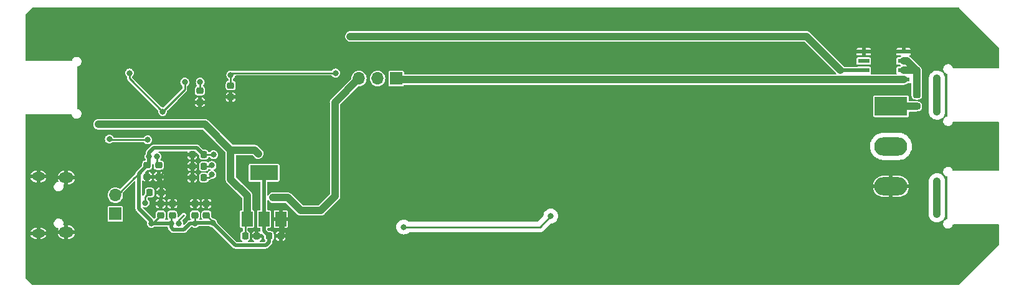
<source format=gbr>
G04 #@! TF.GenerationSoftware,KiCad,Pcbnew,7.0.7-2.fc38*
G04 #@! TF.CreationDate,2023-11-15T22:53:54+01:00*
G04 #@! TF.ProjectId,emfi,656d6669-2e6b-4696-9361-645f70636258,0.1*
G04 #@! TF.SameCoordinates,Original*
G04 #@! TF.FileFunction,Copper,L2,Bot*
G04 #@! TF.FilePolarity,Positive*
%FSLAX46Y46*%
G04 Gerber Fmt 4.6, Leading zero omitted, Abs format (unit mm)*
G04 Created by KiCad (PCBNEW 7.0.7-2.fc38) date 2023-11-15 22:53:54*
%MOMM*%
%LPD*%
G01*
G04 APERTURE LIST*
G04 Aperture macros list*
%AMRoundRect*
0 Rectangle with rounded corners*
0 $1 Rounding radius*
0 $2 $3 $4 $5 $6 $7 $8 $9 X,Y pos of 4 corners*
0 Add a 4 corners polygon primitive as box body*
4,1,4,$2,$3,$4,$5,$6,$7,$8,$9,$2,$3,0*
0 Add four circle primitives for the rounded corners*
1,1,$1+$1,$2,$3*
1,1,$1+$1,$4,$5*
1,1,$1+$1,$6,$7*
1,1,$1+$1,$8,$9*
0 Add four rect primitives between the rounded corners*
20,1,$1+$1,$2,$3,$4,$5,0*
20,1,$1+$1,$4,$5,$6,$7,0*
20,1,$1+$1,$6,$7,$8,$9,0*
20,1,$1+$1,$8,$9,$2,$3,0*%
G04 Aperture macros list end*
G04 #@! TA.AperFunction,ComponentPad*
%ADD10R,1.700000X1.700000*%
G04 #@! TD*
G04 #@! TA.AperFunction,ComponentPad*
%ADD11O,1.700000X1.700000*%
G04 #@! TD*
G04 #@! TA.AperFunction,ComponentPad*
%ADD12O,1.800000X1.150000*%
G04 #@! TD*
G04 #@! TA.AperFunction,ComponentPad*
%ADD13O,2.000000X1.450000*%
G04 #@! TD*
G04 #@! TA.AperFunction,SMDPad,CuDef*
%ADD14RoundRect,0.218750X-0.218750X-0.256250X0.218750X-0.256250X0.218750X0.256250X-0.218750X0.256250X0*%
G04 #@! TD*
G04 #@! TA.AperFunction,SMDPad,CuDef*
%ADD15RoundRect,0.218750X0.256250X-0.218750X0.256250X0.218750X-0.256250X0.218750X-0.256250X-0.218750X0*%
G04 #@! TD*
G04 #@! TA.AperFunction,SMDPad,CuDef*
%ADD16RoundRect,0.218750X-0.256250X0.218750X-0.256250X-0.218750X0.256250X-0.218750X0.256250X0.218750X0*%
G04 #@! TD*
G04 #@! TA.AperFunction,SMDPad,CuDef*
%ADD17RoundRect,0.218750X0.218750X0.256250X-0.218750X0.256250X-0.218750X-0.256250X0.218750X-0.256250X0*%
G04 #@! TD*
G04 #@! TA.AperFunction,SMDPad,CuDef*
%ADD18R,1.500000X2.000000*%
G04 #@! TD*
G04 #@! TA.AperFunction,SMDPad,CuDef*
%ADD19R,3.800000X2.000000*%
G04 #@! TD*
G04 #@! TA.AperFunction,SMDPad,CuDef*
%ADD20R,1.550000X0.600000*%
G04 #@! TD*
G04 #@! TA.AperFunction,ComponentPad*
%ADD21R,4.500000X2.500000*%
G04 #@! TD*
G04 #@! TA.AperFunction,ComponentPad*
%ADD22O,4.500000X2.500000*%
G04 #@! TD*
G04 #@! TA.AperFunction,ViaPad*
%ADD23C,0.800000*%
G04 #@! TD*
G04 #@! TA.AperFunction,Conductor*
%ADD24C,0.250000*%
G04 #@! TD*
G04 #@! TA.AperFunction,Conductor*
%ADD25C,1.000000*%
G04 #@! TD*
G04 #@! TA.AperFunction,Conductor*
%ADD26C,0.500000*%
G04 #@! TD*
G04 #@! TA.AperFunction,Conductor*
%ADD27C,0.700000*%
G04 #@! TD*
G04 APERTURE END LIST*
D10*
X93500000Y-37750000D03*
D11*
X90960000Y-37750000D03*
X88420000Y-37750000D03*
D10*
X55300000Y-56200000D03*
D11*
X55300000Y-53660000D03*
D12*
X44850000Y-51125000D03*
D13*
X48650000Y-51275000D03*
X48650000Y-58725000D03*
D12*
X44850000Y-58875000D03*
D14*
X76212500Y-59250000D03*
X77787500Y-59250000D03*
X72962500Y-59250000D03*
X74537500Y-59250000D03*
X65762500Y-51250000D03*
X67337500Y-51250000D03*
D15*
X61500000Y-56387500D03*
X61500000Y-54812500D03*
X63050000Y-56387500D03*
X63050000Y-54812500D03*
D16*
X66800000Y-39412500D03*
X66800000Y-40987500D03*
D17*
X67337500Y-48150000D03*
X65762500Y-48150000D03*
D15*
X67700000Y-56387500D03*
X67700000Y-54812500D03*
D17*
X67337500Y-49700000D03*
X65762500Y-49700000D03*
D16*
X61200000Y-49562500D03*
X61200000Y-51137500D03*
D15*
X66150000Y-56387500D03*
X66150000Y-54812500D03*
D16*
X59650000Y-49562500D03*
X59650000Y-51137500D03*
D17*
X61537500Y-53300000D03*
X59962500Y-53300000D03*
D15*
X164250000Y-41537500D03*
X164250000Y-39962500D03*
D18*
X77811079Y-56914277D03*
X75511079Y-56914277D03*
D19*
X75511079Y-50614277D03*
D18*
X73211079Y-56914277D03*
D20*
X157050000Y-37905000D03*
X157050000Y-36635000D03*
X157050000Y-35365000D03*
X157050000Y-34095000D03*
X162450000Y-34095000D03*
X162450000Y-35365000D03*
X162450000Y-36635000D03*
X162450000Y-37905000D03*
D16*
X71000000Y-38712500D03*
X71000000Y-40287500D03*
D21*
X160750000Y-41550000D03*
D22*
X160750000Y-47000000D03*
X160750000Y-52450000D03*
D23*
X44000000Y-45000000D03*
X44000000Y-49000000D03*
X44000000Y-48000000D03*
X44000000Y-47000000D03*
X44000000Y-46000000D03*
X44000000Y-33000000D03*
X44000000Y-32000000D03*
X44000000Y-31000000D03*
X44000000Y-30000000D03*
X45000000Y-29000000D03*
X46000000Y-29000000D03*
X47000000Y-29000000D03*
X48000000Y-29000000D03*
X49000000Y-29000000D03*
X50000000Y-29000000D03*
X51000000Y-29000000D03*
X52000000Y-29000000D03*
X53000000Y-29000000D03*
X60000000Y-29000000D03*
X56000000Y-29000000D03*
X62000000Y-29000000D03*
X58000000Y-29000000D03*
X55000000Y-29000000D03*
X59000000Y-29000000D03*
X54000000Y-29000000D03*
X61000000Y-29000000D03*
X57000000Y-29000000D03*
X78000000Y-29000000D03*
X75000000Y-29000000D03*
X68000000Y-29000000D03*
X64000000Y-29000000D03*
X79000000Y-29000000D03*
X70000000Y-29000000D03*
X66000000Y-29000000D03*
X63000000Y-29000000D03*
X67000000Y-29000000D03*
X72000000Y-29000000D03*
X76000000Y-29000000D03*
X69000000Y-29000000D03*
X71000000Y-29000000D03*
X73000000Y-29000000D03*
X74000000Y-29000000D03*
X65000000Y-29000000D03*
X77000000Y-29000000D03*
X84000000Y-29000000D03*
X92000000Y-29000000D03*
X87000000Y-29000000D03*
X91000000Y-29000000D03*
X93000000Y-29000000D03*
X90000000Y-29000000D03*
X80000000Y-29000000D03*
X86000000Y-29000000D03*
X95000000Y-29000000D03*
X88000000Y-29000000D03*
X89000000Y-29000000D03*
X96000000Y-29000000D03*
X81000000Y-29000000D03*
X94000000Y-29000000D03*
X83000000Y-29000000D03*
X85000000Y-29000000D03*
X82000000Y-29000000D03*
X100000000Y-29000000D03*
X99000000Y-29000000D03*
X112000000Y-29000000D03*
X101000000Y-29000000D03*
X98000000Y-29000000D03*
X107000000Y-29000000D03*
X105000000Y-29000000D03*
X109000000Y-29000000D03*
X119000000Y-29000000D03*
X110000000Y-29000000D03*
X118000000Y-29000000D03*
X103000000Y-29000000D03*
X108000000Y-29000000D03*
X97000000Y-29000000D03*
X111000000Y-29000000D03*
X104000000Y-29000000D03*
X116000000Y-29000000D03*
X106000000Y-29000000D03*
X113000000Y-29000000D03*
X117000000Y-29000000D03*
X121000000Y-29000000D03*
X114000000Y-29000000D03*
X115000000Y-29000000D03*
X102000000Y-29000000D03*
X120000000Y-29000000D03*
X140000000Y-29000000D03*
X132000000Y-29000000D03*
X141000000Y-29000000D03*
X124000000Y-29000000D03*
X145000000Y-29000000D03*
X142000000Y-29000000D03*
X126000000Y-29000000D03*
X123000000Y-29000000D03*
X146000000Y-29000000D03*
X122000000Y-29000000D03*
X135000000Y-29000000D03*
X125000000Y-29000000D03*
X138000000Y-29000000D03*
X136000000Y-29000000D03*
X133000000Y-29000000D03*
X144000000Y-29000000D03*
X130000000Y-29000000D03*
X129000000Y-29000000D03*
X134000000Y-29000000D03*
X128000000Y-29000000D03*
X131000000Y-29000000D03*
X139000000Y-29000000D03*
X137000000Y-29000000D03*
X127000000Y-29000000D03*
X143000000Y-29000000D03*
X158000000Y-29000000D03*
X157000000Y-29000000D03*
X151000000Y-29000000D03*
X147000000Y-29000000D03*
X149000000Y-29000000D03*
X150000000Y-29000000D03*
X155000000Y-29000000D03*
X154000000Y-29000000D03*
X153000000Y-29000000D03*
X156000000Y-29000000D03*
X148000000Y-29000000D03*
X152000000Y-29000000D03*
X159000000Y-29000000D03*
X160000000Y-29000000D03*
X161000000Y-29000000D03*
X162000000Y-29000000D03*
X163000000Y-29000000D03*
X164000000Y-29000000D03*
X164000000Y-65000000D03*
X163000000Y-65000000D03*
X162000000Y-65000000D03*
X161000000Y-65000000D03*
X160000000Y-65000000D03*
X158000000Y-65000000D03*
X159000000Y-65000000D03*
X157000000Y-65000000D03*
X155000000Y-65000000D03*
X152000000Y-65000000D03*
X156000000Y-65000000D03*
X153000000Y-65000000D03*
X154000000Y-65000000D03*
X150000000Y-65000000D03*
X147000000Y-65000000D03*
X148000000Y-65000000D03*
X151000000Y-65000000D03*
X146000000Y-65000000D03*
X149000000Y-65000000D03*
X145000000Y-65000000D03*
X143000000Y-65000000D03*
X142000000Y-65000000D03*
X141000000Y-65000000D03*
X140000000Y-65000000D03*
X144000000Y-65000000D03*
X128000000Y-65000000D03*
X126000000Y-65000000D03*
X125000000Y-65000000D03*
X133000000Y-65000000D03*
X130000000Y-65000000D03*
X138000000Y-65000000D03*
X131000000Y-65000000D03*
X135000000Y-65000000D03*
X139000000Y-65000000D03*
X134000000Y-65000000D03*
X136000000Y-65000000D03*
X124000000Y-65000000D03*
X129000000Y-65000000D03*
X127000000Y-65000000D03*
X132000000Y-65000000D03*
X137000000Y-65000000D03*
X116000000Y-65000000D03*
X110000000Y-65000000D03*
X108000000Y-65000000D03*
X109000000Y-65000000D03*
X122000000Y-65000000D03*
X121000000Y-65000000D03*
X117000000Y-65000000D03*
X119000000Y-65000000D03*
X112000000Y-65000000D03*
X115000000Y-65000000D03*
X111000000Y-65000000D03*
X120000000Y-65000000D03*
X114000000Y-65000000D03*
X113000000Y-65000000D03*
X123000000Y-65000000D03*
X118000000Y-65000000D03*
X105000000Y-65000000D03*
X94000000Y-65000000D03*
X95000000Y-65000000D03*
X97000000Y-65000000D03*
X104000000Y-65000000D03*
X96000000Y-65000000D03*
X103000000Y-65000000D03*
X93000000Y-65000000D03*
X106000000Y-65000000D03*
X92000000Y-65000000D03*
X102000000Y-65000000D03*
X100000000Y-65000000D03*
X99000000Y-65000000D03*
X98000000Y-65000000D03*
X101000000Y-65000000D03*
X107000000Y-65000000D03*
X91000000Y-65000000D03*
X76000000Y-65000000D03*
X86000000Y-65000000D03*
X88000000Y-65000000D03*
X89000000Y-65000000D03*
X81000000Y-65000000D03*
X84000000Y-65000000D03*
X83000000Y-65000000D03*
X82000000Y-65000000D03*
X85000000Y-65000000D03*
X80000000Y-65000000D03*
X87000000Y-65000000D03*
X90000000Y-65000000D03*
X78000000Y-65000000D03*
X79000000Y-65000000D03*
X77000000Y-65000000D03*
X68000000Y-65000000D03*
X66000000Y-65000000D03*
X69000000Y-65000000D03*
X73000000Y-65000000D03*
X72000000Y-65000000D03*
X60000000Y-65000000D03*
X67000000Y-65000000D03*
X75000000Y-65000000D03*
X70000000Y-65000000D03*
X62000000Y-65000000D03*
X63000000Y-65000000D03*
X61000000Y-65000000D03*
X65000000Y-65000000D03*
X71000000Y-65000000D03*
X74000000Y-65000000D03*
X64000000Y-65000000D03*
X49000000Y-65000000D03*
X53000000Y-65000000D03*
X57000000Y-65000000D03*
X51000000Y-65000000D03*
X52000000Y-65000000D03*
X50000000Y-65000000D03*
X55000000Y-65000000D03*
X58000000Y-65000000D03*
X59000000Y-65000000D03*
X54000000Y-65000000D03*
X45000000Y-65000000D03*
X48000000Y-65000000D03*
X47000000Y-65000000D03*
X56000000Y-65000000D03*
X46000000Y-65000000D03*
X44000000Y-64000000D03*
X44000000Y-63000000D03*
X44000000Y-62000000D03*
X44000000Y-61000000D03*
X165000000Y-29000000D03*
X166000000Y-29000000D03*
X167000000Y-29000000D03*
X168000000Y-29000000D03*
X169000000Y-29000000D03*
X170000000Y-30000000D03*
X171000000Y-31000000D03*
X172000000Y-32000000D03*
X173000000Y-33000000D03*
X174000000Y-34000000D03*
X174000000Y-46000000D03*
X174000000Y-47000000D03*
X174000000Y-48000000D03*
X174000000Y-60000000D03*
X173000000Y-61000000D03*
X172000000Y-62000000D03*
X171000000Y-63000000D03*
X170000000Y-64000000D03*
X169000000Y-65000000D03*
X168000000Y-65000000D03*
X167000000Y-65000000D03*
X166000000Y-65000000D03*
X165000000Y-65000000D03*
X84000000Y-41000000D03*
X84000000Y-43000000D03*
X84000000Y-45000000D03*
X84000000Y-47000000D03*
X84000000Y-49000000D03*
X84000000Y-51000000D03*
X84000000Y-53000000D03*
X84000000Y-63000000D03*
X84000000Y-59000000D03*
X84000000Y-57000000D03*
X55750000Y-42000000D03*
X64500000Y-42000000D03*
X63750000Y-49000000D03*
X63750000Y-53000000D03*
X67750000Y-53000000D03*
X63000000Y-60750000D03*
X66500000Y-60750000D03*
X76150000Y-48000000D03*
X52750000Y-48250000D03*
X84000000Y-33100010D03*
X71738990Y-45350000D03*
X50250000Y-56250000D03*
X73650000Y-45350000D03*
X84000000Y-30899990D03*
X53250000Y-36500000D03*
X68450000Y-50850000D03*
X94500000Y-58000000D03*
X114500000Y-56500000D03*
X167000000Y-51750000D03*
X167000000Y-56250000D03*
X87250000Y-32000000D03*
X59350000Y-54700000D03*
X167000000Y-37750000D03*
X167000000Y-42250000D03*
X71000000Y-37250000D03*
X85250000Y-37000000D03*
X53000000Y-44000000D03*
X74750000Y-48000000D03*
X76750000Y-54000000D03*
X68650000Y-48150000D03*
X57250000Y-36999952D03*
X59900000Y-48400000D03*
X68550000Y-57450000D03*
X66150000Y-57500000D03*
X62900000Y-57500000D03*
X60200000Y-57500000D03*
X64750000Y-38250000D03*
X61750000Y-42250000D03*
X66850000Y-38250000D03*
X68450000Y-49600000D03*
X60950000Y-48400000D03*
X63950000Y-57500000D03*
X59725000Y-46120484D03*
X54500000Y-46000000D03*
D24*
X65762500Y-48150000D02*
X65762500Y-49700000D01*
D25*
X161087500Y-52787500D02*
X160750000Y-52450000D01*
D26*
X52750000Y-48250000D02*
X52750000Y-53750000D01*
X78048579Y-59264277D02*
X78048579Y-57151777D01*
D24*
X61200000Y-51137500D02*
X59650000Y-51137500D01*
X61537500Y-54775000D02*
X61500000Y-54812500D01*
X61537500Y-53300000D02*
X61537500Y-51475000D01*
X61537500Y-51475000D02*
X61200000Y-51137500D01*
D26*
X52750000Y-53750000D02*
X50250000Y-56250000D01*
X78048579Y-57151777D02*
X77811079Y-56914277D01*
D27*
X76150000Y-48000000D02*
X76150000Y-47850000D01*
D24*
X61537500Y-53300000D02*
X61537500Y-54775000D01*
X65762500Y-49700000D02*
X62637500Y-49700000D01*
X67700000Y-54812500D02*
X61500000Y-54812500D01*
D27*
X76150000Y-47850000D02*
X73650000Y-45350000D01*
D24*
X73650000Y-45500000D02*
X73650000Y-45350000D01*
X62637500Y-49700000D02*
X61200000Y-51137500D01*
D27*
X73650000Y-45350000D02*
X71738990Y-45350000D01*
D24*
X67337500Y-51250000D02*
X68050000Y-51250000D01*
X68050000Y-51250000D02*
X68450000Y-50850000D01*
X94500000Y-58000000D02*
X113000000Y-58000000D01*
X113000000Y-58000000D02*
X114500000Y-56500000D01*
D25*
X167000000Y-56250000D02*
X167000000Y-51750000D01*
X153885000Y-36635000D02*
X149250000Y-32000000D01*
D26*
X157050000Y-36635000D02*
X153885000Y-36635000D01*
D25*
X149250000Y-32000000D02*
X87250000Y-32000000D01*
D24*
X59350000Y-53912500D02*
X59962500Y-53300000D01*
X59350000Y-54700000D02*
X59350000Y-53912500D01*
D25*
X164250000Y-41537500D02*
X160762500Y-41537500D01*
X160762500Y-41537500D02*
X160750000Y-41550000D01*
X167000000Y-42250000D02*
X167000000Y-37750000D01*
X162450000Y-37905000D02*
X157050000Y-37905000D01*
X93655000Y-37905000D02*
X93500000Y-37750000D01*
X158300000Y-37905000D02*
X93655000Y-37905000D01*
D24*
X85250000Y-37000000D02*
X71250000Y-37000000D01*
X71000000Y-38712500D02*
X71000000Y-37250000D01*
X71250000Y-37000000D02*
X71000000Y-37250000D01*
D25*
X73250000Y-53750000D02*
X71000000Y-51500000D01*
X57500000Y-44000000D02*
X53000000Y-44000000D01*
D24*
X72962500Y-59250000D02*
X72962500Y-57162856D01*
D25*
X73250000Y-56875356D02*
X73211079Y-56914277D01*
X74250000Y-47500000D02*
X74750000Y-48000000D01*
X73250000Y-53750000D02*
X73250000Y-56875356D01*
X71000000Y-47500000D02*
X67500000Y-44000000D01*
X71000000Y-51500000D02*
X71000000Y-47500000D01*
D24*
X72962500Y-57162856D02*
X73211079Y-56914277D01*
D25*
X67500000Y-44000000D02*
X57500000Y-44000000D01*
X71000000Y-47500000D02*
X74250000Y-47500000D01*
X78750000Y-54000000D02*
X76750000Y-54000000D01*
X88420000Y-37750000D02*
X85170000Y-41000000D01*
X83250000Y-55750000D02*
X80500000Y-55750000D01*
X80500000Y-55750000D02*
X78750000Y-54000000D01*
X85170000Y-41000000D02*
X85170000Y-53830000D01*
X85170000Y-53830000D02*
X83250000Y-55750000D01*
D24*
X60200000Y-57500000D02*
X60387500Y-57500000D01*
D26*
X75511079Y-56914277D02*
X75511079Y-58548579D01*
X66150000Y-57500000D02*
X65500000Y-57500000D01*
X66200000Y-57450000D02*
X66150000Y-57500000D01*
D24*
X57250000Y-37750000D02*
X57250000Y-37565637D01*
D26*
X76212500Y-60037500D02*
X75750000Y-60500000D01*
D24*
X68550000Y-57450000D02*
X68550000Y-57237500D01*
D26*
X64649999Y-58350001D02*
X63184316Y-58350001D01*
X75511079Y-55414277D02*
X75511079Y-50614277D01*
D24*
X61750000Y-42250000D02*
X57250000Y-37750000D01*
D26*
X60509325Y-47224990D02*
X66412490Y-47224990D01*
D24*
X64750000Y-39250000D02*
X61750000Y-42250000D01*
D26*
X75511079Y-56914277D02*
X75511079Y-55414277D01*
X66412490Y-47224990D02*
X67337500Y-48150000D01*
X59900000Y-48400000D02*
X59900000Y-49312500D01*
D24*
X59900000Y-49312500D02*
X59650000Y-49562500D01*
D26*
X62900000Y-58065685D02*
X62900000Y-57500000D01*
X62900000Y-57500000D02*
X60200000Y-57500000D01*
D24*
X66150000Y-57500000D02*
X66150000Y-56400000D01*
X62900000Y-57500000D02*
X62900000Y-56537500D01*
D26*
X58500000Y-50712500D02*
X59650000Y-49562500D01*
D24*
X60200000Y-57500000D02*
X60200000Y-57200000D01*
D26*
X71600000Y-60500000D02*
X68550000Y-57450000D01*
D24*
X62900000Y-56537500D02*
X63050000Y-56387500D01*
D26*
X58500000Y-55500000D02*
X58500000Y-50712500D01*
X59900000Y-47834315D02*
X60509325Y-47224990D01*
X60200000Y-57200000D02*
X58500000Y-55500000D01*
X68550000Y-57450000D02*
X66200000Y-57450000D01*
D24*
X57852499Y-51360001D02*
X57962500Y-51250000D01*
X57250000Y-37565637D02*
X57250000Y-36999952D01*
D26*
X59900000Y-48400000D02*
X59900000Y-47834315D01*
D24*
X55250000Y-53460000D02*
X55460000Y-53250000D01*
D26*
X76212500Y-59250000D02*
X76212500Y-60037500D01*
D24*
X55460000Y-53250000D02*
X55962500Y-53250000D01*
D26*
X65500000Y-57500000D02*
X64649999Y-58350001D01*
D24*
X68650000Y-48150000D02*
X67337500Y-48150000D01*
X64750000Y-38250000D02*
X64750000Y-39250000D01*
X60387500Y-57500000D02*
X61500000Y-56387500D01*
D26*
X75750000Y-60500000D02*
X71600000Y-60500000D01*
D24*
X68550000Y-57237500D02*
X67700000Y-56387500D01*
X55962500Y-53250000D02*
X57962500Y-51250000D01*
D26*
X63184316Y-58350001D02*
X62900000Y-58065685D01*
X75511079Y-58548579D02*
X76212500Y-59250000D01*
D24*
X57962500Y-51250000D02*
X58500000Y-50712500D01*
X66850000Y-39362500D02*
X66800000Y-39412500D01*
X66850000Y-38250000D02*
X66850000Y-39362500D01*
X68450000Y-49700000D02*
X67337500Y-49700000D01*
X60950000Y-48400000D02*
X60950000Y-49312500D01*
X60950000Y-49312500D02*
X61200000Y-49562500D01*
D25*
X162450000Y-36635000D02*
X164225000Y-36635000D01*
X162925000Y-35365000D02*
X162450000Y-35365000D01*
X164250000Y-36690000D02*
X162925000Y-35365000D01*
X164225000Y-36635000D02*
X164225000Y-39937490D01*
D24*
X63950000Y-57037500D02*
X64600000Y-56387500D01*
X63950000Y-57500000D02*
X63950000Y-57037500D01*
X54620484Y-46120484D02*
X54500000Y-46000000D01*
X59725000Y-46120484D02*
X54620484Y-46120484D01*
G04 #@! TA.AperFunction,Conductor*
G36*
X169985910Y-28094407D02*
G01*
X169997723Y-28104496D01*
X175395503Y-33502276D01*
X175423280Y-33556793D01*
X175424499Y-33572280D01*
X175424500Y-36265500D01*
X175405593Y-36323691D01*
X175356093Y-36359655D01*
X175325500Y-36364500D01*
X169231372Y-36364500D01*
X169173181Y-36345593D01*
X169137217Y-36296093D01*
X169137217Y-36296092D01*
X169128505Y-36269280D01*
X169093268Y-36160829D01*
X169093267Y-36160828D01*
X169093267Y-36160826D01*
X169005202Y-36022060D01*
X168885392Y-35909551D01*
X168885393Y-35909551D01*
X168741369Y-35830373D01*
X168582179Y-35789500D01*
X168582177Y-35789500D01*
X168459075Y-35789500D01*
X168336946Y-35804927D01*
X168336943Y-35804928D01*
X168184129Y-35865432D01*
X168184125Y-35865434D01*
X168051162Y-35962037D01*
X167946399Y-36088674D01*
X167876420Y-36237387D01*
X167845624Y-36398823D01*
X167845623Y-36398828D01*
X167855943Y-36562857D01*
X167906732Y-36719173D01*
X167994797Y-36857939D01*
X168114607Y-36970448D01*
X168114606Y-36970448D01*
X168258630Y-37049626D01*
X168258631Y-37049627D01*
X168283293Y-37055958D01*
X168350120Y-37073117D01*
X168401780Y-37105900D01*
X168424305Y-37162789D01*
X168424500Y-37169006D01*
X168424500Y-42826587D01*
X168405593Y-42884778D01*
X168356093Y-42920742D01*
X168337911Y-42924806D01*
X168336944Y-42924928D01*
X168184129Y-42985432D01*
X168184125Y-42985434D01*
X168051162Y-43082037D01*
X167946399Y-43208674D01*
X167876420Y-43357387D01*
X167845624Y-43518823D01*
X167845623Y-43518828D01*
X167855943Y-43682857D01*
X167906732Y-43839173D01*
X167994797Y-43977939D01*
X168114607Y-44090448D01*
X168114606Y-44090448D01*
X168194860Y-44134568D01*
X168258632Y-44169627D01*
X168417823Y-44210500D01*
X168417826Y-44210500D01*
X168540925Y-44210500D01*
X168663053Y-44195072D01*
X168663054Y-44195071D01*
X168663058Y-44195071D01*
X168815871Y-44134568D01*
X168948837Y-44037963D01*
X169053600Y-43911326D01*
X169123579Y-43762613D01*
X169132481Y-43715949D01*
X169161957Y-43662332D01*
X169217320Y-43636281D01*
X169229727Y-43635500D01*
X175325500Y-43635500D01*
X175383691Y-43654407D01*
X175419655Y-43703907D01*
X175424500Y-43734500D01*
X175424500Y-50265500D01*
X175405593Y-50323691D01*
X175356093Y-50359655D01*
X175325500Y-50364500D01*
X169231372Y-50364500D01*
X169173181Y-50345593D01*
X169137217Y-50296093D01*
X169137217Y-50296092D01*
X169127100Y-50264956D01*
X169093268Y-50160829D01*
X169093267Y-50160828D01*
X169093267Y-50160826D01*
X169005202Y-50022060D01*
X168885392Y-49909551D01*
X168885393Y-49909551D01*
X168741369Y-49830373D01*
X168582179Y-49789500D01*
X168582177Y-49789500D01*
X168459075Y-49789500D01*
X168336946Y-49804927D01*
X168336943Y-49804928D01*
X168184129Y-49865432D01*
X168184125Y-49865434D01*
X168051162Y-49962037D01*
X167946399Y-50088674D01*
X167876420Y-50237387D01*
X167845624Y-50398823D01*
X167845623Y-50398828D01*
X167855943Y-50562857D01*
X167906732Y-50719173D01*
X167994797Y-50857939D01*
X168114607Y-50970448D01*
X168114606Y-50970448D01*
X168258630Y-51049626D01*
X168258631Y-51049627D01*
X168283293Y-51055958D01*
X168350120Y-51073117D01*
X168401780Y-51105900D01*
X168424305Y-51162789D01*
X168424500Y-51169006D01*
X168424500Y-56826587D01*
X168405593Y-56884778D01*
X168356093Y-56920742D01*
X168337911Y-56924806D01*
X168336944Y-56924928D01*
X168184129Y-56985432D01*
X168184125Y-56985434D01*
X168051162Y-57082037D01*
X167946399Y-57208674D01*
X167876420Y-57357387D01*
X167845624Y-57518823D01*
X167845623Y-57518828D01*
X167855943Y-57682857D01*
X167906732Y-57839173D01*
X167994797Y-57977939D01*
X167994798Y-57977940D01*
X168097816Y-58074680D01*
X168114607Y-58090448D01*
X168114606Y-58090448D01*
X168258630Y-58169626D01*
X168258632Y-58169627D01*
X168417823Y-58210500D01*
X168417826Y-58210500D01*
X168540925Y-58210500D01*
X168663053Y-58195072D01*
X168663054Y-58195071D01*
X168663058Y-58195071D01*
X168815871Y-58134568D01*
X168948837Y-58037963D01*
X169053600Y-57911326D01*
X169123579Y-57762613D01*
X169128942Y-57734500D01*
X169132481Y-57715949D01*
X169161957Y-57662332D01*
X169217320Y-57636281D01*
X169229727Y-57635500D01*
X175325500Y-57635500D01*
X175383691Y-57654407D01*
X175419655Y-57703907D01*
X175424500Y-57734500D01*
X175424500Y-60427717D01*
X175405593Y-60485908D01*
X175395504Y-60497721D01*
X169997722Y-65895504D01*
X169943205Y-65923281D01*
X169927718Y-65924500D01*
X44072281Y-65924500D01*
X44014090Y-65905593D01*
X44002277Y-65895504D01*
X43104496Y-64997722D01*
X43076719Y-64943205D01*
X43075500Y-64927718D01*
X43075500Y-59129000D01*
X43792801Y-59129000D01*
X43822330Y-59213388D01*
X43915243Y-59361258D01*
X44038741Y-59484756D01*
X44038740Y-59484756D01*
X44186612Y-59577669D01*
X44351448Y-59635348D01*
X44351460Y-59635351D01*
X44481459Y-59649999D01*
X44481477Y-59650000D01*
X44595999Y-59650000D01*
X44596000Y-59649999D01*
X44596000Y-59249000D01*
X44614907Y-59190809D01*
X44664407Y-59154845D01*
X44695000Y-59150000D01*
X45005000Y-59150000D01*
X45063191Y-59168907D01*
X45099155Y-59218407D01*
X45104000Y-59249000D01*
X45103999Y-59649998D01*
X45104001Y-59650000D01*
X45218523Y-59650000D01*
X45218540Y-59649999D01*
X45348539Y-59635351D01*
X45348551Y-59635348D01*
X45513387Y-59577669D01*
X45661258Y-59484756D01*
X45784756Y-59361258D01*
X45877669Y-59213388D01*
X45907199Y-59129000D01*
X45521238Y-59129000D01*
X45463047Y-59110093D01*
X45427083Y-59060593D01*
X45427083Y-58999407D01*
X45430898Y-58991545D01*
X45430315Y-58991304D01*
X45434045Y-58982299D01*
X45434916Y-58977923D01*
X45455388Y-58875000D01*
X45452948Y-58862735D01*
X45434045Y-58767700D01*
X45430315Y-58758696D01*
X45433909Y-58757207D01*
X45422313Y-58716151D01*
X45443468Y-58658740D01*
X45494329Y-58624727D01*
X45521238Y-58621000D01*
X45907198Y-58621000D01*
X45877669Y-58536611D01*
X45784756Y-58388741D01*
X45661258Y-58265243D01*
X45661259Y-58265243D01*
X45513387Y-58172330D01*
X45348551Y-58114651D01*
X45348539Y-58114648D01*
X45218540Y-58100000D01*
X45104001Y-58100000D01*
X45103999Y-58100001D01*
X45104000Y-58501000D01*
X45085093Y-58559191D01*
X45035593Y-58595155D01*
X45005000Y-58600000D01*
X44695000Y-58600000D01*
X44636809Y-58581093D01*
X44600845Y-58531593D01*
X44596000Y-58501000D01*
X44596000Y-58100001D01*
X44595999Y-58100000D01*
X44481459Y-58100000D01*
X44351460Y-58114648D01*
X44351448Y-58114651D01*
X44186612Y-58172330D01*
X44038741Y-58265243D01*
X43915243Y-58388741D01*
X43822330Y-58536611D01*
X43792801Y-58621000D01*
X44178762Y-58621000D01*
X44236953Y-58639907D01*
X44272917Y-58689407D01*
X44272917Y-58750593D01*
X44269101Y-58758454D01*
X44269685Y-58758696D01*
X44265954Y-58767700D01*
X44244612Y-58874999D01*
X44244612Y-58875000D01*
X44265954Y-58982299D01*
X44269685Y-58991304D01*
X44266090Y-58992792D01*
X44277687Y-59033849D01*
X44256532Y-59091260D01*
X44205671Y-59125273D01*
X44178762Y-59129000D01*
X43792801Y-59129000D01*
X43075500Y-59129000D01*
X43075500Y-57458828D01*
X46945623Y-57458828D01*
X46955943Y-57622857D01*
X47006732Y-57779173D01*
X47094797Y-57917939D01*
X47094798Y-57917940D01*
X47129471Y-57950500D01*
X47214607Y-58030448D01*
X47214606Y-58030448D01*
X47351456Y-58105682D01*
X47358632Y-58109627D01*
X47494473Y-58144504D01*
X47546132Y-58177289D01*
X47568657Y-58234177D01*
X47560293Y-58280660D01*
X47490428Y-58437580D01*
X47490423Y-58437595D01*
X47483323Y-58470998D01*
X47483324Y-58471000D01*
X47869018Y-58471000D01*
X47927209Y-58489907D01*
X47963173Y-58539407D01*
X47966799Y-58585487D01*
X47965762Y-58592029D01*
X47965762Y-58592031D01*
X47952700Y-58674505D01*
X47945081Y-58722610D01*
X47944702Y-58725000D01*
X47965762Y-58857969D01*
X47965762Y-58857970D01*
X47966799Y-58864513D01*
X47957228Y-58924945D01*
X47913963Y-58968210D01*
X47869018Y-58979000D01*
X47483324Y-58979000D01*
X47483323Y-58979001D01*
X47490423Y-59012404D01*
X47490427Y-59012415D01*
X47569510Y-59190040D01*
X47569512Y-59190043D01*
X47683809Y-59347359D01*
X47828301Y-59477460D01*
X47828307Y-59477464D01*
X47996686Y-59574679D01*
X47996691Y-59574681D01*
X48181620Y-59634769D01*
X48326523Y-59649999D01*
X48326528Y-59650000D01*
X48395999Y-59650000D01*
X48396000Y-59649999D01*
X48396000Y-59249000D01*
X48414907Y-59190809D01*
X48464407Y-59154845D01*
X48495000Y-59150000D01*
X48805000Y-59150000D01*
X48863191Y-59168907D01*
X48899155Y-59218407D01*
X48904000Y-59249000D01*
X48904000Y-59649999D01*
X48904001Y-59650000D01*
X48973472Y-59650000D01*
X48973476Y-59649999D01*
X49118379Y-59634769D01*
X49303308Y-59574681D01*
X49303313Y-59574679D01*
X49471692Y-59477464D01*
X49471698Y-59477460D01*
X49616190Y-59347359D01*
X49616191Y-59347358D01*
X49730487Y-59190044D01*
X49730491Y-59190037D01*
X49809571Y-59012419D01*
X49809576Y-59012404D01*
X49816676Y-58979001D01*
X49816676Y-58979000D01*
X49430982Y-58979000D01*
X49372791Y-58960093D01*
X49336827Y-58910593D01*
X49333201Y-58864513D01*
X49334237Y-58857970D01*
X49334238Y-58857969D01*
X49355298Y-58725000D01*
X49354919Y-58722610D01*
X49347300Y-58674505D01*
X49334238Y-58592031D01*
X49334237Y-58592029D01*
X49333201Y-58585487D01*
X49342772Y-58525055D01*
X49386037Y-58481790D01*
X49430982Y-58471000D01*
X49816676Y-58471000D01*
X49816676Y-58470998D01*
X49809576Y-58437595D01*
X49809572Y-58437584D01*
X49730489Y-58259959D01*
X49730487Y-58259956D01*
X49616190Y-58102640D01*
X49471698Y-57972539D01*
X49471692Y-57972535D01*
X49303313Y-57875320D01*
X49303308Y-57875318D01*
X49118379Y-57815230D01*
X48973476Y-57800000D01*
X48904000Y-57800000D01*
X48904000Y-58201000D01*
X48885093Y-58259191D01*
X48835593Y-58295155D01*
X48805000Y-58300000D01*
X48495000Y-58300000D01*
X48436809Y-58281093D01*
X48400845Y-58231593D01*
X48396000Y-58201000D01*
X48396000Y-57800000D01*
X48324672Y-57800000D01*
X48266481Y-57781093D01*
X48230517Y-57731593D01*
X48227426Y-57682449D01*
X48254375Y-57541176D01*
X48254376Y-57541170D01*
X48251655Y-57497918D01*
X48244056Y-57377140D01*
X48193268Y-57220829D01*
X48193267Y-57220828D01*
X48193267Y-57220826D01*
X48105202Y-57082060D01*
X48092089Y-57069746D01*
X54249500Y-57069746D01*
X54249501Y-57069758D01*
X54261132Y-57128227D01*
X54261134Y-57128233D01*
X54287891Y-57168277D01*
X54305448Y-57194552D01*
X54371769Y-57238867D01*
X54416231Y-57247711D01*
X54430241Y-57250498D01*
X54430246Y-57250498D01*
X54430252Y-57250500D01*
X54430253Y-57250500D01*
X56169747Y-57250500D01*
X56169748Y-57250500D01*
X56228231Y-57238867D01*
X56294552Y-57194552D01*
X56338867Y-57128231D01*
X56350500Y-57069748D01*
X56350500Y-55330252D01*
X56338867Y-55271769D01*
X56294552Y-55205448D01*
X56294548Y-55205445D01*
X56228233Y-55161134D01*
X56228231Y-55161133D01*
X56228228Y-55161132D01*
X56228227Y-55161132D01*
X56169758Y-55149501D01*
X56169748Y-55149500D01*
X54430252Y-55149500D01*
X54430251Y-55149500D01*
X54430241Y-55149501D01*
X54371772Y-55161132D01*
X54371766Y-55161134D01*
X54305451Y-55205445D01*
X54305445Y-55205451D01*
X54261134Y-55271766D01*
X54261132Y-55271772D01*
X54249501Y-55330241D01*
X54249500Y-55330253D01*
X54249500Y-57069746D01*
X48092089Y-57069746D01*
X47985392Y-56969551D01*
X47985393Y-56969551D01*
X47841369Y-56890373D01*
X47682179Y-56849500D01*
X47682177Y-56849500D01*
X47559075Y-56849500D01*
X47436946Y-56864927D01*
X47436943Y-56864928D01*
X47284129Y-56925432D01*
X47284125Y-56925434D01*
X47151162Y-57022037D01*
X47046399Y-57148674D01*
X46976420Y-57297387D01*
X46945624Y-57458823D01*
X46945623Y-57458828D01*
X43075500Y-57458828D01*
X43075500Y-52458828D01*
X46945623Y-52458828D01*
X46955943Y-52622857D01*
X47006732Y-52779173D01*
X47094797Y-52917939D01*
X47214607Y-53030448D01*
X47214606Y-53030448D01*
X47294860Y-53074568D01*
X47358632Y-53109627D01*
X47517823Y-53150500D01*
X47517826Y-53150500D01*
X47640925Y-53150500D01*
X47763053Y-53135072D01*
X47763054Y-53135071D01*
X47763058Y-53135071D01*
X47915871Y-53074568D01*
X48048837Y-52977963D01*
X48153600Y-52851326D01*
X48223579Y-52702613D01*
X48245479Y-52587810D01*
X48254375Y-52541176D01*
X48254376Y-52541170D01*
X48251402Y-52493906D01*
X48244056Y-52377140D01*
X48228586Y-52329527D01*
X48228587Y-52268344D01*
X48264551Y-52218844D01*
X48322741Y-52199937D01*
X48325126Y-52200000D01*
X48395999Y-52200000D01*
X48396000Y-52199999D01*
X48396000Y-51799000D01*
X48414907Y-51740809D01*
X48464407Y-51704845D01*
X48495000Y-51700000D01*
X48805000Y-51700000D01*
X48863191Y-51718907D01*
X48899155Y-51768407D01*
X48904000Y-51799000D01*
X48904000Y-52199999D01*
X48904001Y-52200000D01*
X48973472Y-52200000D01*
X48973476Y-52199999D01*
X49118379Y-52184769D01*
X49303308Y-52124681D01*
X49303313Y-52124679D01*
X49471692Y-52027464D01*
X49471698Y-52027460D01*
X49616190Y-51897359D01*
X49616191Y-51897358D01*
X49730487Y-51740044D01*
X49730491Y-51740037D01*
X49809571Y-51562419D01*
X49809576Y-51562404D01*
X49816676Y-51529001D01*
X49816676Y-51529000D01*
X49430982Y-51529000D01*
X49372791Y-51510093D01*
X49336827Y-51460593D01*
X49333201Y-51414513D01*
X49334237Y-51407970D01*
X49334238Y-51407969D01*
X49355298Y-51275000D01*
X49334238Y-51142031D01*
X49334237Y-51142029D01*
X49333201Y-51135487D01*
X49342772Y-51075055D01*
X49386037Y-51031790D01*
X49430982Y-51021000D01*
X49816676Y-51021000D01*
X49816676Y-51020998D01*
X49809576Y-50987595D01*
X49809572Y-50987584D01*
X49730489Y-50809959D01*
X49730487Y-50809956D01*
X49616190Y-50652640D01*
X49471698Y-50522539D01*
X49471692Y-50522535D01*
X49303313Y-50425320D01*
X49303308Y-50425318D01*
X49118379Y-50365230D01*
X48973476Y-50350000D01*
X48904000Y-50350000D01*
X48904000Y-50751000D01*
X48885093Y-50809191D01*
X48835593Y-50845155D01*
X48805000Y-50850000D01*
X48495000Y-50850000D01*
X48436809Y-50831093D01*
X48400845Y-50781593D01*
X48396000Y-50751000D01*
X48396000Y-50350001D01*
X48395999Y-50350000D01*
X48326523Y-50350000D01*
X48181620Y-50365230D01*
X47996691Y-50425318D01*
X47996686Y-50425320D01*
X47828307Y-50522535D01*
X47828301Y-50522539D01*
X47683809Y-50652640D01*
X47683808Y-50652641D01*
X47569512Y-50809955D01*
X47569508Y-50809962D01*
X47490428Y-50987580D01*
X47490423Y-50987595D01*
X47483323Y-51020998D01*
X47483324Y-51021000D01*
X47869018Y-51021000D01*
X47927209Y-51039907D01*
X47963173Y-51089407D01*
X47966799Y-51135487D01*
X47965762Y-51142029D01*
X47965762Y-51142031D01*
X47944702Y-51275000D01*
X47965762Y-51407969D01*
X47965762Y-51407970D01*
X47966799Y-51414513D01*
X47957228Y-51474945D01*
X47913963Y-51518210D01*
X47869018Y-51529000D01*
X47483324Y-51529000D01*
X47483323Y-51529001D01*
X47490423Y-51562404D01*
X47490428Y-51562419D01*
X47560874Y-51720645D01*
X47567269Y-51781495D01*
X47536676Y-51834483D01*
X47482841Y-51859130D01*
X47436946Y-51864927D01*
X47436943Y-51864928D01*
X47284129Y-51925432D01*
X47284125Y-51925434D01*
X47151162Y-52022037D01*
X47046399Y-52148674D01*
X46976420Y-52297387D01*
X46945624Y-52458823D01*
X46945623Y-52458828D01*
X43075500Y-52458828D01*
X43075500Y-51379000D01*
X43792801Y-51379000D01*
X43822330Y-51463388D01*
X43915243Y-51611258D01*
X44038741Y-51734756D01*
X44038740Y-51734756D01*
X44186612Y-51827669D01*
X44351448Y-51885348D01*
X44351460Y-51885351D01*
X44481459Y-51899999D01*
X44481477Y-51900000D01*
X44595999Y-51900000D01*
X44596000Y-51899999D01*
X44596000Y-51499000D01*
X44614907Y-51440809D01*
X44664407Y-51404845D01*
X44695000Y-51400000D01*
X45005000Y-51400000D01*
X45063191Y-51418907D01*
X45099155Y-51468407D01*
X45104000Y-51499000D01*
X45103999Y-51899998D01*
X45104001Y-51900000D01*
X45218523Y-51900000D01*
X45218540Y-51899999D01*
X45348539Y-51885351D01*
X45348551Y-51885348D01*
X45513387Y-51827669D01*
X45661258Y-51734756D01*
X45784756Y-51611258D01*
X45877669Y-51463388D01*
X45907199Y-51379000D01*
X45521238Y-51379000D01*
X45463047Y-51360093D01*
X45427083Y-51310593D01*
X45427083Y-51249407D01*
X45430898Y-51241545D01*
X45430315Y-51241304D01*
X45434045Y-51232299D01*
X45455388Y-51125000D01*
X45455388Y-51124999D01*
X45434045Y-51017700D01*
X45430315Y-51008696D01*
X45433909Y-51007207D01*
X45422313Y-50966151D01*
X45443468Y-50908740D01*
X45494329Y-50874727D01*
X45521238Y-50871000D01*
X45907198Y-50871000D01*
X45877669Y-50786611D01*
X45784756Y-50638741D01*
X45661258Y-50515243D01*
X45661259Y-50515243D01*
X45513387Y-50422330D01*
X45348551Y-50364651D01*
X45348539Y-50364648D01*
X45218540Y-50350000D01*
X45104001Y-50350000D01*
X45103999Y-50350001D01*
X45104000Y-50751000D01*
X45085093Y-50809191D01*
X45035593Y-50845155D01*
X45005000Y-50850000D01*
X44695000Y-50850000D01*
X44636809Y-50831093D01*
X44600845Y-50781593D01*
X44596000Y-50751000D01*
X44596000Y-50350001D01*
X44595999Y-50350000D01*
X44481459Y-50350000D01*
X44351460Y-50364648D01*
X44351448Y-50364651D01*
X44186612Y-50422330D01*
X44038741Y-50515243D01*
X43915243Y-50638741D01*
X43822330Y-50786611D01*
X43792801Y-50871000D01*
X44178762Y-50871000D01*
X44236953Y-50889907D01*
X44272917Y-50939407D01*
X44272917Y-51000593D01*
X44269101Y-51008454D01*
X44269685Y-51008696D01*
X44265954Y-51017700D01*
X44244612Y-51124999D01*
X44244612Y-51125000D01*
X44265954Y-51232299D01*
X44269685Y-51241304D01*
X44266090Y-51242792D01*
X44277687Y-51283849D01*
X44256532Y-51341260D01*
X44205671Y-51375273D01*
X44178762Y-51379000D01*
X43792801Y-51379000D01*
X43075500Y-51379000D01*
X43075500Y-46000000D01*
X53894318Y-46000000D01*
X53914955Y-46156758D01*
X53914957Y-46156766D01*
X53975462Y-46302838D01*
X53975462Y-46302839D01*
X54067914Y-46423325D01*
X54071718Y-46428282D01*
X54197159Y-46524536D01*
X54197160Y-46524536D01*
X54197161Y-46524537D01*
X54255643Y-46548761D01*
X54343238Y-46585044D01*
X54460809Y-46600522D01*
X54499999Y-46605682D01*
X54500000Y-46605682D01*
X54500001Y-46605682D01*
X54531352Y-46601554D01*
X54656762Y-46585044D01*
X54802841Y-46524536D01*
X54878550Y-46466442D01*
X54936227Y-46446018D01*
X54938818Y-46445984D01*
X59169030Y-46445984D01*
X59227221Y-46464891D01*
X59247570Y-46484715D01*
X59296718Y-46548766D01*
X59422159Y-46645020D01*
X59422160Y-46645020D01*
X59422161Y-46645021D01*
X59465523Y-46662982D01*
X59568238Y-46705528D01*
X59685809Y-46721006D01*
X59724999Y-46726166D01*
X59725000Y-46726166D01*
X59725001Y-46726166D01*
X59756352Y-46722038D01*
X59881762Y-46705528D01*
X60027841Y-46645020D01*
X60153282Y-46548766D01*
X60249536Y-46423325D01*
X60310044Y-46277246D01*
X60330682Y-46120484D01*
X60310044Y-45963722D01*
X60249537Y-45817645D01*
X60249537Y-45817644D01*
X60153286Y-45692207D01*
X60153285Y-45692206D01*
X60153282Y-45692202D01*
X60153277Y-45692198D01*
X60153276Y-45692197D01*
X60056726Y-45618112D01*
X60027841Y-45595948D01*
X60027840Y-45595947D01*
X60027838Y-45595946D01*
X59881766Y-45535441D01*
X59881758Y-45535439D01*
X59725001Y-45514802D01*
X59724999Y-45514802D01*
X59568241Y-45535439D01*
X59568233Y-45535441D01*
X59422161Y-45595946D01*
X59422160Y-45595946D01*
X59296723Y-45692197D01*
X59296714Y-45692206D01*
X59247572Y-45756251D01*
X59197148Y-45790907D01*
X59169030Y-45794984D01*
X55131207Y-45794984D01*
X55073016Y-45776077D01*
X55039743Y-45733871D01*
X55030758Y-45712181D01*
X55024536Y-45697159D01*
X54928282Y-45571718D01*
X54928277Y-45571714D01*
X54928276Y-45571713D01*
X54802838Y-45475462D01*
X54656766Y-45414957D01*
X54656758Y-45414955D01*
X54500001Y-45394318D01*
X54499999Y-45394318D01*
X54343241Y-45414955D01*
X54343233Y-45414957D01*
X54197161Y-45475462D01*
X54197160Y-45475462D01*
X54071723Y-45571713D01*
X54071713Y-45571723D01*
X53975462Y-45697160D01*
X53975462Y-45697161D01*
X53914957Y-45843233D01*
X53914955Y-45843241D01*
X53894318Y-45999999D01*
X53894318Y-46000000D01*
X43075500Y-46000000D01*
X43075500Y-44085058D01*
X52299500Y-44085058D01*
X52340209Y-44250223D01*
X52340209Y-44250224D01*
X52340210Y-44250225D01*
X52419266Y-44400852D01*
X52532071Y-44528183D01*
X52672070Y-44624818D01*
X52831128Y-44685140D01*
X52935301Y-44697789D01*
X52957618Y-44700499D01*
X52957622Y-44700499D01*
X52957628Y-44700500D01*
X57457628Y-44700500D01*
X67168835Y-44700500D01*
X67227026Y-44719407D01*
X67238839Y-44729496D01*
X70270504Y-47761160D01*
X70298281Y-47815677D01*
X70299500Y-47831164D01*
X70299500Y-51477340D01*
X70299410Y-51480307D01*
X70298990Y-51487263D01*
X70295641Y-51542604D01*
X70306891Y-51603999D01*
X70307341Y-51606954D01*
X70314860Y-51668873D01*
X70314861Y-51668875D01*
X70319255Y-51680461D01*
X70324067Y-51697723D01*
X70326303Y-51709926D01*
X70326305Y-51709933D01*
X70330344Y-51718907D01*
X70348312Y-51758831D01*
X70351916Y-51766837D01*
X70353059Y-51769598D01*
X70371183Y-51817387D01*
X70375183Y-51827932D01*
X70375183Y-51827934D01*
X70382229Y-51838141D01*
X70391029Y-51853743D01*
X70396120Y-51865054D01*
X70396121Y-51865055D01*
X70396122Y-51865057D01*
X70434598Y-51914168D01*
X70436369Y-51916576D01*
X70471814Y-51967925D01*
X70471817Y-51967929D01*
X70499183Y-51992173D01*
X70518508Y-52009294D01*
X70520686Y-52011344D01*
X72520504Y-54011160D01*
X72548281Y-54065677D01*
X72549500Y-54081164D01*
X72549500Y-55614777D01*
X72530593Y-55672968D01*
X72481093Y-55708932D01*
X72450500Y-55713777D01*
X72441331Y-55713777D01*
X72441330Y-55713777D01*
X72441320Y-55713778D01*
X72382851Y-55725409D01*
X72382845Y-55725411D01*
X72316530Y-55769722D01*
X72316524Y-55769728D01*
X72272213Y-55836043D01*
X72272211Y-55836049D01*
X72260580Y-55894518D01*
X72260579Y-55894530D01*
X72260579Y-57934023D01*
X72260580Y-57934035D01*
X72272211Y-57992504D01*
X72272213Y-57992510D01*
X72311241Y-58050918D01*
X72316527Y-58058829D01*
X72382848Y-58103144D01*
X72427310Y-58111988D01*
X72441320Y-58114775D01*
X72441325Y-58114775D01*
X72441331Y-58114777D01*
X72538000Y-58114777D01*
X72596191Y-58133684D01*
X72632155Y-58183184D01*
X72637000Y-58213777D01*
X72637000Y-58516939D01*
X72618093Y-58575130D01*
X72582946Y-58605148D01*
X72494250Y-58650341D01*
X72400341Y-58744250D01*
X72340050Y-58862576D01*
X72340049Y-58862580D01*
X72324500Y-58960751D01*
X72324500Y-59539248D01*
X72340049Y-59637419D01*
X72340050Y-59637423D01*
X72398243Y-59751631D01*
X72400342Y-59755751D01*
X72494249Y-59849658D01*
X72511999Y-59858702D01*
X72519043Y-59862291D01*
X72562307Y-59905555D01*
X72571878Y-59965988D01*
X72544100Y-60020504D01*
X72489583Y-60048281D01*
X72474097Y-60049500D01*
X71827611Y-60049500D01*
X71769420Y-60030593D01*
X71757607Y-60020504D01*
X69174680Y-57437577D01*
X69146903Y-57383060D01*
X69146531Y-57380495D01*
X69146089Y-57377140D01*
X69135044Y-57293238D01*
X69129049Y-57278764D01*
X69074537Y-57147161D01*
X69074537Y-57147160D01*
X68978286Y-57021723D01*
X68978285Y-57021722D01*
X68978282Y-57021718D01*
X68978277Y-57021714D01*
X68978276Y-57021713D01*
X68884371Y-56949658D01*
X68852841Y-56925464D01*
X68852840Y-56925463D01*
X68852838Y-56925462D01*
X68706762Y-56864956D01*
X68706763Y-56864956D01*
X68660640Y-56858883D01*
X68605415Y-56832541D01*
X68603560Y-56830734D01*
X68404496Y-56631670D01*
X68376719Y-56577153D01*
X68375500Y-56561666D01*
X68375500Y-56135751D01*
X68364807Y-56068241D01*
X68359951Y-56037580D01*
X68299658Y-55919249D01*
X68205751Y-55825342D01*
X68134656Y-55789117D01*
X68087423Y-55765050D01*
X68087420Y-55765049D01*
X68062876Y-55761161D01*
X67989249Y-55749500D01*
X67989246Y-55749500D01*
X67410754Y-55749500D01*
X67410751Y-55749500D01*
X67312580Y-55765049D01*
X67312576Y-55765050D01*
X67194250Y-55825341D01*
X67100341Y-55919250D01*
X67040050Y-56037576D01*
X67040049Y-56037580D01*
X67024500Y-56135751D01*
X67024500Y-56639248D01*
X67040049Y-56737419D01*
X67040050Y-56737423D01*
X67049805Y-56756568D01*
X67093965Y-56843236D01*
X67100242Y-56855554D01*
X67109814Y-56915986D01*
X67082037Y-56970503D01*
X67027521Y-56998281D01*
X67012033Y-56999500D01*
X66837967Y-56999500D01*
X66779776Y-56980593D01*
X66743812Y-56931093D01*
X66743812Y-56869907D01*
X66749758Y-56855554D01*
X66753771Y-56847679D01*
X66809951Y-56737420D01*
X66825500Y-56639246D01*
X66825500Y-56135754D01*
X66809951Y-56037580D01*
X66749658Y-55919249D01*
X66655751Y-55825342D01*
X66584656Y-55789117D01*
X66537423Y-55765050D01*
X66537420Y-55765049D01*
X66512876Y-55761161D01*
X66439249Y-55749500D01*
X66439246Y-55749500D01*
X65860754Y-55749500D01*
X65860751Y-55749500D01*
X65762580Y-55765049D01*
X65762576Y-55765050D01*
X65644250Y-55825341D01*
X65550341Y-55919250D01*
X65490050Y-56037576D01*
X65490049Y-56037580D01*
X65474500Y-56135751D01*
X65474500Y-56639248D01*
X65490049Y-56737419D01*
X65490050Y-56737423D01*
X65499805Y-56756568D01*
X65550342Y-56855751D01*
X65571815Y-56877224D01*
X65599591Y-56931739D01*
X65590020Y-56992171D01*
X65546755Y-57035436D01*
X65490732Y-57045604D01*
X65482972Y-57044730D01*
X65482961Y-57044730D01*
X65424519Y-57055788D01*
X65365714Y-57064650D01*
X65358628Y-57066837D01*
X65358498Y-57066416D01*
X65356389Y-57067110D01*
X65356534Y-57067525D01*
X65349528Y-57069976D01*
X65296927Y-57097777D01*
X65243358Y-57123574D01*
X65237229Y-57127753D01*
X65236984Y-57127393D01*
X65235168Y-57128681D01*
X65235427Y-57129032D01*
X65229458Y-57133437D01*
X65187400Y-57175495D01*
X65143805Y-57215945D01*
X65139179Y-57221746D01*
X65138836Y-57221472D01*
X65130295Y-57232599D01*
X64715328Y-57647567D01*
X64660811Y-57675345D01*
X64600379Y-57665774D01*
X64557114Y-57622509D01*
X64547171Y-57564643D01*
X64555682Y-57500000D01*
X64535044Y-57343238D01*
X64533649Y-57339871D01*
X64474537Y-57197161D01*
X64474537Y-57197160D01*
X64430190Y-57139366D01*
X64409766Y-57081690D01*
X64427144Y-57023025D01*
X64438723Y-57009101D01*
X64850298Y-56597528D01*
X64899554Y-56527184D01*
X64929264Y-56416307D01*
X64919260Y-56301955D01*
X64870747Y-56197920D01*
X64789580Y-56116753D01*
X64789578Y-56116752D01*
X64789577Y-56116751D01*
X64685547Y-56068241D01*
X64571194Y-56058236D01*
X64571193Y-56058236D01*
X64533855Y-56068241D01*
X64460315Y-56087946D01*
X64389971Y-56137202D01*
X63894503Y-56632669D01*
X63839987Y-56660446D01*
X63779555Y-56650875D01*
X63736290Y-56607610D01*
X63725500Y-56562665D01*
X63725500Y-56135751D01*
X63714807Y-56068241D01*
X63709951Y-56037580D01*
X63649658Y-55919249D01*
X63555751Y-55825342D01*
X63484656Y-55789117D01*
X63437423Y-55765050D01*
X63437420Y-55765049D01*
X63412876Y-55761161D01*
X63339249Y-55749500D01*
X63339246Y-55749500D01*
X62760754Y-55749500D01*
X62760751Y-55749500D01*
X62662580Y-55765049D01*
X62662576Y-55765050D01*
X62544250Y-55825341D01*
X62450341Y-55919250D01*
X62390050Y-56037576D01*
X62390049Y-56037580D01*
X62374500Y-56135751D01*
X62374500Y-56639248D01*
X62390049Y-56737419D01*
X62390050Y-56737423D01*
X62399805Y-56756568D01*
X62450342Y-56855751D01*
X62475089Y-56880498D01*
X62502865Y-56935013D01*
X62493294Y-56995445D01*
X62450029Y-57038710D01*
X62405084Y-57049500D01*
X62144916Y-57049500D01*
X62086725Y-57030593D01*
X62050761Y-56981093D01*
X62050761Y-56919907D01*
X62074910Y-56880498D01*
X62099658Y-56855751D01*
X62159951Y-56737420D01*
X62175500Y-56639246D01*
X62175500Y-56135754D01*
X62159951Y-56037580D01*
X62099658Y-55919249D01*
X62005751Y-55825342D01*
X61934656Y-55789117D01*
X61887423Y-55765050D01*
X61887420Y-55765049D01*
X61862876Y-55761161D01*
X61789249Y-55749500D01*
X61789246Y-55749500D01*
X61210754Y-55749500D01*
X61210751Y-55749500D01*
X61112580Y-55765049D01*
X61112576Y-55765050D01*
X60994250Y-55825341D01*
X60900341Y-55919250D01*
X60840050Y-56037576D01*
X60840049Y-56037580D01*
X60824499Y-56135751D01*
X60824500Y-56561664D01*
X60805593Y-56619855D01*
X60795504Y-56631668D01*
X60602142Y-56825030D01*
X60547625Y-56852807D01*
X60487193Y-56843236D01*
X60462134Y-56825030D01*
X59082390Y-55445286D01*
X59054613Y-55390769D01*
X59064184Y-55330337D01*
X59107449Y-55287072D01*
X59167881Y-55277501D01*
X59190280Y-55283819D01*
X59193238Y-55285044D01*
X59310809Y-55300522D01*
X59349999Y-55305682D01*
X59350000Y-55305682D01*
X59350001Y-55305682D01*
X59381352Y-55301554D01*
X59506762Y-55285044D01*
X59652841Y-55224536D01*
X59778282Y-55128282D01*
X59825689Y-55066500D01*
X60825364Y-55066500D01*
X60840531Y-55162263D01*
X60840531Y-55162265D01*
X60900751Y-55280452D01*
X60994547Y-55374248D01*
X61112735Y-55434468D01*
X61210790Y-55449999D01*
X61245999Y-55449999D01*
X61245999Y-55449998D01*
X61246000Y-55066501D01*
X61245999Y-55066500D01*
X61754000Y-55066500D01*
X61754000Y-55449998D01*
X61754001Y-55449999D01*
X61789209Y-55449999D01*
X61887262Y-55434468D01*
X62005452Y-55374248D01*
X62099248Y-55280452D01*
X62159468Y-55162263D01*
X62174637Y-55066500D01*
X62375363Y-55066500D01*
X62390531Y-55162263D01*
X62390531Y-55162265D01*
X62450751Y-55280452D01*
X62544547Y-55374248D01*
X62662735Y-55434468D01*
X62760790Y-55449999D01*
X62795999Y-55449999D01*
X62796000Y-55449998D01*
X63304000Y-55449998D01*
X63304001Y-55449999D01*
X63339209Y-55449999D01*
X63437262Y-55434468D01*
X63555452Y-55374248D01*
X63649248Y-55280452D01*
X63709468Y-55162264D01*
X63724636Y-55066500D01*
X65475364Y-55066500D01*
X65490531Y-55162263D01*
X65490531Y-55162265D01*
X65550751Y-55280452D01*
X65644547Y-55374248D01*
X65762735Y-55434468D01*
X65860790Y-55449999D01*
X65895999Y-55449999D01*
X65896000Y-55449998D01*
X66404000Y-55449998D01*
X66404001Y-55449999D01*
X66439209Y-55449999D01*
X66537262Y-55434468D01*
X66655452Y-55374248D01*
X66749248Y-55280452D01*
X66809468Y-55162263D01*
X66824637Y-55066500D01*
X67025363Y-55066500D01*
X67040531Y-55162263D01*
X67040531Y-55162265D01*
X67100751Y-55280452D01*
X67194547Y-55374248D01*
X67312735Y-55434468D01*
X67410790Y-55449999D01*
X67445999Y-55449999D01*
X67446000Y-55449998D01*
X67446000Y-55066501D01*
X67445999Y-55066500D01*
X67954000Y-55066500D01*
X67954000Y-55449998D01*
X67954001Y-55449999D01*
X67989209Y-55449999D01*
X68087262Y-55434468D01*
X68205452Y-55374248D01*
X68299248Y-55280452D01*
X68359468Y-55162264D01*
X68374636Y-55066500D01*
X67954000Y-55066500D01*
X67445999Y-55066500D01*
X67025363Y-55066500D01*
X66824637Y-55066500D01*
X66404001Y-55066500D01*
X66404000Y-55066501D01*
X66404000Y-55449998D01*
X65896000Y-55449998D01*
X65896000Y-55066501D01*
X65895999Y-55066500D01*
X65475364Y-55066500D01*
X63724636Y-55066500D01*
X63304001Y-55066500D01*
X63304000Y-55066501D01*
X63304000Y-55449998D01*
X62796000Y-55449998D01*
X62796000Y-55066501D01*
X62795999Y-55066500D01*
X62375363Y-55066500D01*
X62174637Y-55066500D01*
X61754000Y-55066500D01*
X61245999Y-55066500D01*
X60825364Y-55066500D01*
X59825689Y-55066500D01*
X59874536Y-55002841D01*
X59935044Y-54856762D01*
X59955682Y-54700000D01*
X59937053Y-54558500D01*
X60825363Y-54558500D01*
X61245999Y-54558500D01*
X61246000Y-54558499D01*
X61754000Y-54558499D01*
X61754001Y-54558500D01*
X62174636Y-54558500D01*
X62375362Y-54558500D01*
X62795999Y-54558500D01*
X62796000Y-54558499D01*
X62796000Y-54558498D01*
X63303999Y-54558498D01*
X63304001Y-54558500D01*
X63724636Y-54558500D01*
X65475363Y-54558500D01*
X65895999Y-54558500D01*
X65896000Y-54558499D01*
X65896000Y-54558498D01*
X66404000Y-54558498D01*
X66404001Y-54558500D01*
X66824636Y-54558500D01*
X67025362Y-54558500D01*
X67445999Y-54558500D01*
X67446000Y-54558499D01*
X67446000Y-54558498D01*
X67954000Y-54558498D01*
X67954001Y-54558500D01*
X68374636Y-54558500D01*
X68374636Y-54558499D01*
X68359468Y-54462736D01*
X68359468Y-54462734D01*
X68299248Y-54344547D01*
X68205452Y-54250751D01*
X68087264Y-54190531D01*
X67989209Y-54175000D01*
X67954001Y-54175000D01*
X67954000Y-54175001D01*
X67954000Y-54558498D01*
X67446000Y-54558498D01*
X67446000Y-54175000D01*
X67410791Y-54175000D01*
X67312737Y-54190531D01*
X67194547Y-54250751D01*
X67100751Y-54344547D01*
X67040531Y-54462736D01*
X67025362Y-54558500D01*
X66824636Y-54558500D01*
X66824635Y-54558499D01*
X66809468Y-54462736D01*
X66809468Y-54462734D01*
X66749248Y-54344547D01*
X66655452Y-54250751D01*
X66537264Y-54190531D01*
X66439209Y-54175000D01*
X66404001Y-54175000D01*
X66404000Y-54175001D01*
X66404000Y-54558498D01*
X65896000Y-54558498D01*
X65896000Y-54175000D01*
X65860791Y-54175000D01*
X65762737Y-54190531D01*
X65644547Y-54250751D01*
X65550751Y-54344547D01*
X65490531Y-54462735D01*
X65475363Y-54558499D01*
X65475363Y-54558500D01*
X63724636Y-54558500D01*
X63724636Y-54558499D01*
X63709468Y-54462736D01*
X63709468Y-54462734D01*
X63649248Y-54344547D01*
X63555452Y-54250751D01*
X63437264Y-54190531D01*
X63339209Y-54175000D01*
X63304001Y-54175000D01*
X63303999Y-54175001D01*
X63303999Y-54558498D01*
X62796000Y-54558498D01*
X62796000Y-54175000D01*
X62760791Y-54175000D01*
X62662737Y-54190531D01*
X62544547Y-54250751D01*
X62450751Y-54344547D01*
X62390531Y-54462736D01*
X62375362Y-54558500D01*
X62174636Y-54558500D01*
X62174635Y-54558499D01*
X62159468Y-54462736D01*
X62159468Y-54462734D01*
X62099248Y-54344547D01*
X62005452Y-54250751D01*
X61887264Y-54190531D01*
X61789209Y-54175000D01*
X61784356Y-54175000D01*
X61771991Y-54170982D01*
X61757746Y-54175000D01*
X61754000Y-54175000D01*
X61754000Y-54558499D01*
X61246000Y-54558499D01*
X61246000Y-54175000D01*
X61210791Y-54175000D01*
X61112737Y-54190531D01*
X60994547Y-54250751D01*
X60900751Y-54344547D01*
X60840531Y-54462735D01*
X60825363Y-54558499D01*
X60825363Y-54558500D01*
X59937053Y-54558500D01*
X59935044Y-54543238D01*
X59878368Y-54406410D01*
X59874537Y-54397161D01*
X59874537Y-54397160D01*
X59778281Y-54271717D01*
X59714232Y-54222570D01*
X59679577Y-54172145D01*
X59675500Y-54144028D01*
X59675500Y-54088334D01*
X59694407Y-54030143D01*
X59704496Y-54018330D01*
X59718330Y-54004496D01*
X59772847Y-53976719D01*
X59788334Y-53975500D01*
X60214249Y-53975500D01*
X60242803Y-53970976D01*
X60312420Y-53959951D01*
X60430751Y-53899658D01*
X60524658Y-53805751D01*
X60584951Y-53687420D01*
X60598932Y-53599145D01*
X60600500Y-53589248D01*
X60600500Y-53589209D01*
X60900001Y-53589209D01*
X60915531Y-53687262D01*
X60975751Y-53805452D01*
X61069547Y-53899248D01*
X61187735Y-53959468D01*
X61283499Y-53974636D01*
X61283499Y-53974635D01*
X61791500Y-53974635D01*
X61887258Y-53959470D01*
X61887261Y-53959469D01*
X62005452Y-53899248D01*
X62099248Y-53805452D01*
X62159468Y-53687264D01*
X62175000Y-53589208D01*
X62175000Y-53554001D01*
X62174999Y-53554000D01*
X61791501Y-53554000D01*
X61791500Y-53554001D01*
X61791500Y-53974635D01*
X61283499Y-53974635D01*
X61283499Y-53554000D01*
X60900002Y-53554000D01*
X60900001Y-53554001D01*
X60900001Y-53589209D01*
X60600500Y-53589209D01*
X60600500Y-53045999D01*
X60900000Y-53045999D01*
X60900001Y-53046000D01*
X61283499Y-53046000D01*
X61283500Y-53045999D01*
X61283500Y-53045998D01*
X61791499Y-53045998D01*
X61791501Y-53046000D01*
X62174998Y-53046000D01*
X62174999Y-53045999D01*
X62174999Y-53010790D01*
X62159468Y-52912737D01*
X62099248Y-52794547D01*
X62005452Y-52700751D01*
X61887264Y-52640531D01*
X61791500Y-52625363D01*
X61791499Y-53045998D01*
X61283500Y-53045998D01*
X61283500Y-52625364D01*
X61283499Y-52625363D01*
X61187736Y-52640531D01*
X61187734Y-52640531D01*
X61069547Y-52700751D01*
X60975751Y-52794547D01*
X60915531Y-52912735D01*
X60900000Y-53010791D01*
X60900000Y-53045999D01*
X60600500Y-53045999D01*
X60600500Y-53010751D01*
X60593758Y-52968185D01*
X60584951Y-52912580D01*
X60524658Y-52794249D01*
X60430751Y-52700342D01*
X60415188Y-52692412D01*
X60312423Y-52640050D01*
X60312420Y-52640049D01*
X60287876Y-52636161D01*
X60214249Y-52624500D01*
X60214246Y-52624500D01*
X59710754Y-52624500D01*
X59710751Y-52624500D01*
X59612580Y-52640049D01*
X59612576Y-52640050D01*
X59494250Y-52700341D01*
X59400341Y-52794250D01*
X59340050Y-52912576D01*
X59340049Y-52912580D01*
X59324500Y-53010751D01*
X59324500Y-53436665D01*
X59305593Y-53494856D01*
X59295503Y-53506669D01*
X59131413Y-53670759D01*
X59128229Y-53673676D01*
X59113139Y-53686339D01*
X59056410Y-53709262D01*
X58997041Y-53694462D01*
X58957710Y-53647592D01*
X58950500Y-53610503D01*
X58950500Y-51744208D01*
X58969407Y-51686017D01*
X59018907Y-51650053D01*
X59080093Y-51650053D01*
X59119505Y-51674206D01*
X59144546Y-51699247D01*
X59144544Y-51699247D01*
X59262735Y-51759468D01*
X59360790Y-51774999D01*
X59395999Y-51774999D01*
X59396000Y-51774998D01*
X59396000Y-51391500D01*
X59904000Y-51391500D01*
X59904000Y-51774998D01*
X59904001Y-51774999D01*
X59939209Y-51774999D01*
X60037262Y-51759468D01*
X60155452Y-51699248D01*
X60249248Y-51605452D01*
X60309468Y-51487263D01*
X60324637Y-51391500D01*
X60525363Y-51391500D01*
X60540531Y-51487263D01*
X60540531Y-51487265D01*
X60600751Y-51605452D01*
X60694547Y-51699248D01*
X60812735Y-51759468D01*
X60910790Y-51774999D01*
X60945999Y-51774999D01*
X60946000Y-51774998D01*
X60945999Y-51391500D01*
X61454000Y-51391500D01*
X61454000Y-51774998D01*
X61454001Y-51774999D01*
X61489209Y-51774999D01*
X61587262Y-51759468D01*
X61705452Y-51699248D01*
X61799248Y-51605452D01*
X61850940Y-51504001D01*
X65125000Y-51504001D01*
X65125001Y-51539209D01*
X65140531Y-51637262D01*
X65200751Y-51755452D01*
X65294547Y-51849248D01*
X65412735Y-51909468D01*
X65508499Y-51924636D01*
X65508500Y-51924635D01*
X66016500Y-51924635D01*
X66112258Y-51909470D01*
X66112261Y-51909469D01*
X66230452Y-51849248D01*
X66324248Y-51755452D01*
X66384468Y-51637264D01*
X66399994Y-51539248D01*
X66699500Y-51539248D01*
X66715049Y-51637419D01*
X66715050Y-51637423D01*
X66773243Y-51751631D01*
X66775342Y-51755751D01*
X66869249Y-51849658D01*
X66987580Y-51909951D01*
X67054130Y-51920491D01*
X67085751Y-51925500D01*
X67085754Y-51925500D01*
X67589249Y-51925500D01*
X67617803Y-51920976D01*
X67687420Y-51909951D01*
X67805751Y-51849658D01*
X67899658Y-51755751D01*
X67959951Y-51637420D01*
X67959951Y-51637417D01*
X67963074Y-51631289D01*
X68006339Y-51588024D01*
X68059913Y-51577611D01*
X68061379Y-51577739D01*
X68078807Y-51579264D01*
X68118452Y-51568640D01*
X68122650Y-51567710D01*
X68163045Y-51560588D01*
X68164345Y-51559838D01*
X68188236Y-51549942D01*
X68188464Y-51549880D01*
X68189684Y-51549554D01*
X68223303Y-51526012D01*
X68226911Y-51523714D01*
X68262455Y-51503194D01*
X68282101Y-51479780D01*
X68333985Y-51447357D01*
X68370857Y-51445262D01*
X68450000Y-51455682D01*
X68606762Y-51435044D01*
X68752841Y-51374536D01*
X68878282Y-51278282D01*
X68974536Y-51152841D01*
X69035044Y-51006762D01*
X69055682Y-50850000D01*
X69035044Y-50693238D01*
X69025231Y-50669547D01*
X68974537Y-50547161D01*
X68974537Y-50547160D01*
X68878286Y-50421723D01*
X68878285Y-50421722D01*
X68878282Y-50421718D01*
X68878277Y-50421714D01*
X68878276Y-50421713D01*
X68784817Y-50350000D01*
X68752841Y-50325464D01*
X68752840Y-50325463D01*
X68752838Y-50325462D01*
X68731114Y-50316464D01*
X68684588Y-50276728D01*
X68670304Y-50217233D01*
X68693718Y-50160705D01*
X68731114Y-50133536D01*
X68752546Y-50124658D01*
X68752841Y-50124536D01*
X68878282Y-50028282D01*
X68974536Y-49902841D01*
X69035044Y-49756762D01*
X69055682Y-49600000D01*
X69035044Y-49443238D01*
X69021589Y-49410754D01*
X68974537Y-49297161D01*
X68974537Y-49297160D01*
X68878286Y-49171723D01*
X68878285Y-49171722D01*
X68878282Y-49171718D01*
X68878277Y-49171714D01*
X68878276Y-49171713D01*
X68752838Y-49075462D01*
X68606766Y-49014957D01*
X68606758Y-49014955D01*
X68450001Y-48994318D01*
X68449999Y-48994318D01*
X68293241Y-49014955D01*
X68293233Y-49014957D01*
X68147161Y-49075462D01*
X68147160Y-49075462D01*
X68021715Y-49171719D01*
X68019420Y-49174015D01*
X68017349Y-49175069D01*
X68016570Y-49175668D01*
X68016459Y-49175523D01*
X67964902Y-49201788D01*
X67904471Y-49192212D01*
X67879421Y-49174012D01*
X67805751Y-49100342D01*
X67780106Y-49087275D01*
X67687423Y-49040050D01*
X67687420Y-49040049D01*
X67662876Y-49036161D01*
X67589249Y-49024500D01*
X67589246Y-49024500D01*
X67085754Y-49024500D01*
X67085751Y-49024500D01*
X66987580Y-49040049D01*
X66987576Y-49040050D01*
X66869250Y-49100341D01*
X66775341Y-49194250D01*
X66715050Y-49312576D01*
X66715049Y-49312580D01*
X66699500Y-49410751D01*
X66699500Y-49989248D01*
X66715049Y-50087419D01*
X66715050Y-50087423D01*
X66764743Y-50184949D01*
X66775342Y-50205751D01*
X66869249Y-50299658D01*
X66987580Y-50359951D01*
X67054130Y-50370491D01*
X67085751Y-50375500D01*
X67085754Y-50375500D01*
X67589249Y-50375500D01*
X67617803Y-50370976D01*
X67687420Y-50359951D01*
X67805751Y-50299658D01*
X67899658Y-50205751D01*
X67941039Y-50124537D01*
X67944935Y-50116891D01*
X67988199Y-50073626D01*
X68048631Y-50064055D01*
X68093411Y-50083294D01*
X68147159Y-50124536D01*
X68158672Y-50129304D01*
X68168886Y-50133536D01*
X68215412Y-50173273D01*
X68229695Y-50232768D01*
X68206280Y-50289296D01*
X68168886Y-50316464D01*
X68147160Y-50325463D01*
X68021723Y-50421713D01*
X68021713Y-50421723D01*
X67925463Y-50547160D01*
X67910294Y-50583782D01*
X67870557Y-50630307D01*
X67811062Y-50644591D01*
X67773884Y-50634105D01*
X67687423Y-50590050D01*
X67687420Y-50590049D01*
X67662876Y-50586161D01*
X67589249Y-50574500D01*
X67589246Y-50574500D01*
X67085754Y-50574500D01*
X67085751Y-50574500D01*
X66987580Y-50590049D01*
X66987576Y-50590050D01*
X66869250Y-50650341D01*
X66775341Y-50744250D01*
X66715050Y-50862576D01*
X66715049Y-50862580D01*
X66699500Y-50960751D01*
X66699500Y-51539248D01*
X66399994Y-51539248D01*
X66400000Y-51539208D01*
X66400000Y-51504001D01*
X66399999Y-51504000D01*
X66016501Y-51504000D01*
X66016500Y-51504001D01*
X66016500Y-51924635D01*
X65508500Y-51924635D01*
X65508500Y-51504001D01*
X65508499Y-51504000D01*
X65125002Y-51504000D01*
X65125000Y-51504001D01*
X61850940Y-51504001D01*
X61859468Y-51487264D01*
X61874636Y-51391500D01*
X61454000Y-51391500D01*
X60945999Y-51391500D01*
X60525363Y-51391500D01*
X60324637Y-51391500D01*
X59904000Y-51391500D01*
X59396000Y-51391500D01*
X59396000Y-50995999D01*
X65125000Y-50995999D01*
X65125001Y-50996000D01*
X65508499Y-50996000D01*
X65508500Y-50995998D01*
X65508500Y-50575363D01*
X65508499Y-50575362D01*
X66016499Y-50575362D01*
X66016500Y-50995999D01*
X66016501Y-50996000D01*
X66399998Y-50996000D01*
X66399999Y-50995999D01*
X66399999Y-50960790D01*
X66384468Y-50862737D01*
X66324248Y-50744547D01*
X66230452Y-50650751D01*
X66112263Y-50590531D01*
X66016499Y-50575362D01*
X65508499Y-50575362D01*
X65412736Y-50590531D01*
X65412734Y-50590531D01*
X65294547Y-50650751D01*
X65200751Y-50744547D01*
X65140531Y-50862735D01*
X65125000Y-50960791D01*
X65125000Y-50995999D01*
X59396000Y-50995999D01*
X59396000Y-50500000D01*
X59904000Y-50500000D01*
X59904000Y-50883499D01*
X59904001Y-50883500D01*
X60324636Y-50883500D01*
X60525362Y-50883500D01*
X60945999Y-50883500D01*
X60946000Y-50883499D01*
X60946000Y-50500000D01*
X61454000Y-50500000D01*
X61454000Y-50883499D01*
X61454001Y-50883500D01*
X61874636Y-50883500D01*
X61874636Y-50883499D01*
X61859468Y-50787736D01*
X61859468Y-50787734D01*
X61799248Y-50669547D01*
X61705452Y-50575751D01*
X61587264Y-50515531D01*
X61489209Y-50500000D01*
X61454000Y-50500000D01*
X60946000Y-50500000D01*
X60910791Y-50500000D01*
X60812737Y-50515531D01*
X60694547Y-50575751D01*
X60600751Y-50669547D01*
X60540531Y-50787736D01*
X60525362Y-50883500D01*
X60324636Y-50883500D01*
X60324635Y-50883499D01*
X60309468Y-50787736D01*
X60309468Y-50787734D01*
X60249248Y-50669547D01*
X60155452Y-50575751D01*
X60037264Y-50515531D01*
X59939209Y-50500000D01*
X59904000Y-50500000D01*
X59396000Y-50500000D01*
X59396000Y-50494609D01*
X59414907Y-50436418D01*
X59424991Y-50424611D01*
X59620107Y-50229496D01*
X59674623Y-50201719D01*
X59690110Y-50200500D01*
X59939249Y-50200500D01*
X59967803Y-50195976D01*
X60037420Y-50184951D01*
X60155751Y-50124658D01*
X60249658Y-50030751D01*
X60309951Y-49912420D01*
X60325500Y-49814246D01*
X60325500Y-49476372D01*
X60329898Y-49447193D01*
X60330267Y-49445999D01*
X60330898Y-49443950D01*
X60366117Y-49393918D01*
X60424018Y-49374142D01*
X60482486Y-49392176D01*
X60519186Y-49441133D01*
X60524500Y-49473131D01*
X60524500Y-49814248D01*
X60540049Y-49912419D01*
X60540050Y-49912423D01*
X60579175Y-49989209D01*
X60600342Y-50030751D01*
X60694249Y-50124658D01*
X60812580Y-50184951D01*
X60879130Y-50195491D01*
X60910751Y-50200500D01*
X60910754Y-50200500D01*
X61489249Y-50200500D01*
X61517803Y-50195976D01*
X61587420Y-50184951D01*
X61705751Y-50124658D01*
X61799658Y-50030751D01*
X61838764Y-49954001D01*
X65125000Y-49954001D01*
X65125001Y-49989209D01*
X65140531Y-50087262D01*
X65200751Y-50205452D01*
X65294547Y-50299248D01*
X65412734Y-50359468D01*
X65412737Y-50359469D01*
X65508500Y-50374635D01*
X65508500Y-49954001D01*
X65508499Y-49954000D01*
X66016500Y-49954000D01*
X66016500Y-50374633D01*
X66112262Y-50359469D01*
X66230452Y-50299248D01*
X66324248Y-50205452D01*
X66384468Y-50087264D01*
X66400000Y-49989208D01*
X66400000Y-49954001D01*
X66399999Y-49954000D01*
X66016500Y-49954000D01*
X65508499Y-49954000D01*
X65125002Y-49954000D01*
X65125000Y-49954001D01*
X61838764Y-49954001D01*
X61859951Y-49912420D01*
X61875500Y-49814246D01*
X61875500Y-49445999D01*
X65125000Y-49445999D01*
X65125001Y-49446000D01*
X65508499Y-49446000D01*
X65508500Y-49445999D01*
X65508500Y-49025364D01*
X65508499Y-49025363D01*
X65412736Y-49040531D01*
X65412734Y-49040531D01*
X65294547Y-49100751D01*
X65200751Y-49194547D01*
X65140531Y-49312735D01*
X65125000Y-49410791D01*
X65125000Y-49445999D01*
X61875500Y-49445999D01*
X61875500Y-49310754D01*
X61859951Y-49212580D01*
X61799658Y-49094249D01*
X61730771Y-49025362D01*
X66016499Y-49025362D01*
X66016500Y-49445999D01*
X66016501Y-49446000D01*
X66399998Y-49446000D01*
X66399999Y-49445998D01*
X66399999Y-49410790D01*
X66384468Y-49312737D01*
X66324248Y-49194547D01*
X66230452Y-49100751D01*
X66112263Y-49040531D01*
X66016499Y-49025362D01*
X61730771Y-49025362D01*
X61705751Y-49000342D01*
X61618669Y-48955971D01*
X61587423Y-48940050D01*
X61587420Y-48940049D01*
X61575137Y-48938103D01*
X61488830Y-48924433D01*
X61434314Y-48896655D01*
X61406537Y-48842138D01*
X61416109Y-48781706D01*
X61425767Y-48766397D01*
X61474536Y-48702841D01*
X61535044Y-48556762D01*
X61555155Y-48404001D01*
X65125000Y-48404001D01*
X65125001Y-48439209D01*
X65140531Y-48537262D01*
X65200751Y-48655452D01*
X65294547Y-48749248D01*
X65412735Y-48809468D01*
X65508499Y-48824636D01*
X65508500Y-48824635D01*
X65508500Y-48824633D01*
X66016500Y-48824633D01*
X66112262Y-48809469D01*
X66230452Y-48749248D01*
X66324248Y-48655452D01*
X66384468Y-48537264D01*
X66400000Y-48439208D01*
X66400000Y-48404001D01*
X66399999Y-48404000D01*
X66016501Y-48404000D01*
X66016500Y-48404001D01*
X66016500Y-48824633D01*
X65508500Y-48824633D01*
X65508500Y-48404001D01*
X65508499Y-48404000D01*
X65125002Y-48404000D01*
X65125000Y-48404001D01*
X61555155Y-48404001D01*
X61555682Y-48400000D01*
X61535044Y-48243238D01*
X61506623Y-48174624D01*
X61474537Y-48097161D01*
X61474537Y-48097160D01*
X61378286Y-47971723D01*
X61378285Y-47971722D01*
X61378282Y-47971718D01*
X61378277Y-47971714D01*
X61378276Y-47971713D01*
X61252838Y-47875462D01*
X61229883Y-47865954D01*
X61183357Y-47826218D01*
X61169073Y-47766723D01*
X61192488Y-47710195D01*
X61244657Y-47678225D01*
X61267768Y-47675490D01*
X65038435Y-47675490D01*
X65096626Y-47694397D01*
X65132590Y-47743897D01*
X65136216Y-47789977D01*
X65125000Y-47860790D01*
X65125000Y-47895999D01*
X65125001Y-47896000D01*
X66405388Y-47896000D01*
X66463579Y-47914907D01*
X66475392Y-47924996D01*
X66670503Y-48120107D01*
X66698280Y-48174624D01*
X66699499Y-48190111D01*
X66699499Y-48439248D01*
X66715049Y-48537419D01*
X66715050Y-48537423D01*
X66735869Y-48578282D01*
X66775342Y-48655751D01*
X66869249Y-48749658D01*
X66987580Y-48809951D01*
X67054130Y-48820491D01*
X67085751Y-48825500D01*
X67085754Y-48825500D01*
X67589249Y-48825500D01*
X67617803Y-48820976D01*
X67687420Y-48809951D01*
X67805751Y-48749658D01*
X67899658Y-48655751D01*
X67954847Y-48547438D01*
X67963489Y-48530477D01*
X67966488Y-48532005D01*
X67993815Y-48494402D01*
X68051998Y-48475500D01*
X68094030Y-48475500D01*
X68152221Y-48494407D01*
X68172570Y-48514231D01*
X68221718Y-48578282D01*
X68347159Y-48674536D01*
X68347160Y-48674536D01*
X68347161Y-48674537D01*
X68493233Y-48735042D01*
X68493238Y-48735044D01*
X68601129Y-48749248D01*
X68649999Y-48755682D01*
X68650000Y-48755682D01*
X68650001Y-48755682D01*
X68698871Y-48749248D01*
X68806762Y-48735044D01*
X68952841Y-48674536D01*
X69078282Y-48578282D01*
X69174536Y-48452841D01*
X69235044Y-48306762D01*
X69255682Y-48150000D01*
X69235044Y-47993238D01*
X69224204Y-47967067D01*
X69174537Y-47847161D01*
X69174537Y-47847160D01*
X69078286Y-47721723D01*
X69078285Y-47721722D01*
X69078282Y-47721718D01*
X69078277Y-47721714D01*
X69078276Y-47721713D01*
X68967408Y-47636642D01*
X68952841Y-47625464D01*
X68952840Y-47625463D01*
X68952838Y-47625462D01*
X68806766Y-47564957D01*
X68806758Y-47564955D01*
X68650001Y-47544318D01*
X68649999Y-47544318D01*
X68493241Y-47564955D01*
X68493233Y-47564957D01*
X68347161Y-47625462D01*
X68347160Y-47625462D01*
X68221723Y-47721713D01*
X68221714Y-47721722D01*
X68172572Y-47785767D01*
X68122148Y-47820423D01*
X68094030Y-47824500D01*
X68051998Y-47824500D01*
X67993807Y-47805593D01*
X67966487Y-47767995D01*
X67963489Y-47769523D01*
X67924749Y-47693492D01*
X67899658Y-47644249D01*
X67805751Y-47550342D01*
X67793928Y-47544318D01*
X67687423Y-47490050D01*
X67687420Y-47490049D01*
X67662876Y-47486161D01*
X67589249Y-47474500D01*
X67589246Y-47474500D01*
X67340111Y-47474500D01*
X67281920Y-47455593D01*
X67270107Y-47445504D01*
X66750892Y-46926288D01*
X66747190Y-46922145D01*
X66722369Y-46891020D01*
X66673218Y-46857509D01*
X66625372Y-46822197D01*
X66625369Y-46822195D01*
X66618812Y-46818730D01*
X66619016Y-46818342D01*
X66617034Y-46817342D01*
X66616845Y-46817736D01*
X66610163Y-46814518D01*
X66553312Y-46796982D01*
X66497190Y-46777344D01*
X66489904Y-46775966D01*
X66489985Y-46775534D01*
X66487792Y-46775161D01*
X66487727Y-46775595D01*
X66480393Y-46774490D01*
X66480392Y-46774490D01*
X66420917Y-46774490D01*
X66401104Y-46773748D01*
X66361480Y-46772266D01*
X66361479Y-46772266D01*
X66361478Y-46772266D01*
X66354105Y-46773097D01*
X66354055Y-46772658D01*
X66340146Y-46774490D01*
X60537412Y-46774490D01*
X60531866Y-46774179D01*
X60492291Y-46769720D01*
X60492286Y-46769720D01*
X60433835Y-46780779D01*
X60375039Y-46789641D01*
X60367957Y-46791826D01*
X60367828Y-46791408D01*
X60365711Y-46792104D01*
X60365856Y-46792516D01*
X60358853Y-46794966D01*
X60350445Y-46799410D01*
X60306251Y-46822767D01*
X60270972Y-46839756D01*
X60252684Y-46848564D01*
X60246558Y-46852741D01*
X60246312Y-46852381D01*
X60244497Y-46853669D01*
X60244755Y-46854019D01*
X60238789Y-46858422D01*
X60196738Y-46900473D01*
X60153129Y-46940935D01*
X60148506Y-46946733D01*
X60148162Y-46946459D01*
X60139620Y-46957590D01*
X59601301Y-47495908D01*
X59597160Y-47499609D01*
X59566031Y-47524434D01*
X59532519Y-47573586D01*
X59497207Y-47621431D01*
X59493742Y-47627989D01*
X59493353Y-47627783D01*
X59492350Y-47629770D01*
X59492746Y-47629961D01*
X59489528Y-47636642D01*
X59471992Y-47693492D01*
X59452355Y-47749612D01*
X59450976Y-47756902D01*
X59450544Y-47756820D01*
X59450171Y-47759015D01*
X59450605Y-47759081D01*
X59449500Y-47766414D01*
X59449500Y-47825887D01*
X59447276Y-47885325D01*
X59448107Y-47892700D01*
X59447668Y-47892749D01*
X59449500Y-47906659D01*
X59449500Y-47967067D01*
X59430593Y-48025258D01*
X59429042Y-48027334D01*
X59375462Y-48097160D01*
X59375462Y-48097161D01*
X59314957Y-48243233D01*
X59314955Y-48243241D01*
X59294318Y-48399999D01*
X59294318Y-48400000D01*
X59314955Y-48556758D01*
X59314957Y-48556766D01*
X59375462Y-48702838D01*
X59375463Y-48702840D01*
X59375464Y-48702841D01*
X59411388Y-48749658D01*
X59424223Y-48766384D01*
X59444647Y-48824060D01*
X59427270Y-48882726D01*
X59378728Y-48919973D01*
X59361169Y-48924433D01*
X59262580Y-48940049D01*
X59262576Y-48940050D01*
X59144250Y-49000341D01*
X59050341Y-49094250D01*
X58990050Y-49212576D01*
X58990049Y-49212580D01*
X58974500Y-49310751D01*
X58974500Y-49559888D01*
X58955593Y-49618079D01*
X58945504Y-49629892D01*
X58201301Y-50374093D01*
X58197160Y-50377794D01*
X58166031Y-50402619D01*
X58132519Y-50451771D01*
X58097207Y-50499616D01*
X58093742Y-50506174D01*
X58093353Y-50505968D01*
X58092350Y-50507955D01*
X58092746Y-50508146D01*
X58089528Y-50514827D01*
X58071992Y-50571677D01*
X58052355Y-50627797D01*
X58050976Y-50635087D01*
X58050544Y-50635005D01*
X58050171Y-50637200D01*
X58050605Y-50637266D01*
X58049500Y-50644599D01*
X58049500Y-50661666D01*
X58030593Y-50719857D01*
X58020509Y-50731663D01*
X57894235Y-50857939D01*
X57752472Y-50999702D01*
X55992723Y-52759449D01*
X55938206Y-52787226D01*
X55877774Y-52777655D01*
X55876051Y-52776755D01*
X55703959Y-52684770D01*
X55703954Y-52684768D01*
X55505934Y-52624699D01*
X55505929Y-52624698D01*
X55300003Y-52604417D01*
X55299997Y-52604417D01*
X55094070Y-52624698D01*
X55094065Y-52624699D01*
X54896045Y-52684768D01*
X54713547Y-52782316D01*
X54553595Y-52913585D01*
X54553585Y-52913595D01*
X54422316Y-53073547D01*
X54324768Y-53256045D01*
X54264699Y-53454065D01*
X54264698Y-53454070D01*
X54244417Y-53659996D01*
X54244417Y-53660003D01*
X54264698Y-53865929D01*
X54264699Y-53865934D01*
X54324768Y-54063954D01*
X54422316Y-54246452D01*
X54553585Y-54406404D01*
X54553590Y-54406410D01*
X54553595Y-54406414D01*
X54713547Y-54537683D01*
X54713548Y-54537683D01*
X54713550Y-54537685D01*
X54896046Y-54635232D01*
X55033997Y-54677078D01*
X55094065Y-54695300D01*
X55094070Y-54695301D01*
X55299997Y-54715583D01*
X55300000Y-54715583D01*
X55300003Y-54715583D01*
X55505929Y-54695301D01*
X55505934Y-54695300D01*
X55539427Y-54685140D01*
X55703954Y-54635232D01*
X55886450Y-54537685D01*
X56046410Y-54406410D01*
X56177685Y-54246450D01*
X56275232Y-54063954D01*
X56335300Y-53865934D01*
X56335301Y-53865929D01*
X56355583Y-53660003D01*
X56355583Y-53659996D01*
X56335301Y-53454070D01*
X56335300Y-53454065D01*
X56325401Y-53421432D01*
X56326602Y-53360258D01*
X56350132Y-53322692D01*
X57880498Y-51792326D01*
X57935013Y-51764551D01*
X57995445Y-51774122D01*
X58038710Y-51817387D01*
X58049500Y-51862332D01*
X58049500Y-55471913D01*
X58049189Y-55477459D01*
X58044730Y-55517034D01*
X58044730Y-55517036D01*
X58055788Y-55575479D01*
X58064652Y-55634287D01*
X58066840Y-55641381D01*
X58066417Y-55641511D01*
X58067109Y-55643613D01*
X58067526Y-55643468D01*
X58069975Y-55650468D01*
X58097777Y-55703073D01*
X58123574Y-55756641D01*
X58127753Y-55762770D01*
X58127389Y-55763017D01*
X58128677Y-55764831D01*
X58129030Y-55764571D01*
X58133431Y-55770535D01*
X58175495Y-55812599D01*
X58215944Y-55856194D01*
X58221743Y-55860818D01*
X58221467Y-55861163D01*
X58232600Y-55869704D01*
X58925561Y-56562665D01*
X59594886Y-57231989D01*
X59622663Y-57286506D01*
X59616349Y-57339871D01*
X59614957Y-57343230D01*
X59614956Y-57343235D01*
X59594318Y-57499999D01*
X59594318Y-57500000D01*
X59614955Y-57656758D01*
X59614957Y-57656766D01*
X59675462Y-57802838D01*
X59675462Y-57802839D01*
X59771713Y-57928276D01*
X59771718Y-57928282D01*
X59897159Y-58024536D01*
X59897160Y-58024536D01*
X59897161Y-58024537D01*
X60037627Y-58082720D01*
X60043238Y-58085044D01*
X60156841Y-58100000D01*
X60199999Y-58105682D01*
X60200000Y-58105682D01*
X60200001Y-58105682D01*
X60231352Y-58101554D01*
X60356762Y-58085044D01*
X60502841Y-58024536D01*
X60572665Y-57970957D01*
X60630341Y-57950534D01*
X60632932Y-57950500D01*
X62348846Y-57950500D01*
X62407037Y-57969407D01*
X62443001Y-58018907D01*
X62447224Y-58060581D01*
X62444730Y-58082718D01*
X62444730Y-58082722D01*
X62455788Y-58141164D01*
X62464652Y-58199972D01*
X62466840Y-58207066D01*
X62466417Y-58207196D01*
X62467109Y-58209298D01*
X62467526Y-58209153D01*
X62469975Y-58216153D01*
X62497777Y-58268758D01*
X62523574Y-58322326D01*
X62527753Y-58328455D01*
X62527389Y-58328702D01*
X62528677Y-58330516D01*
X62529030Y-58330256D01*
X62533431Y-58336220D01*
X62533434Y-58336222D01*
X62533434Y-58336223D01*
X62575494Y-58378283D01*
X62615945Y-58421879D01*
X62615947Y-58421880D01*
X62615948Y-58421881D01*
X62621743Y-58426503D01*
X62621467Y-58426848D01*
X62632594Y-58435383D01*
X62742715Y-58545503D01*
X62845904Y-58648692D01*
X62849605Y-58652833D01*
X62874437Y-58683971D01*
X62923587Y-58717481D01*
X62971434Y-58752794D01*
X62971436Y-58752794D01*
X62977993Y-58756260D01*
X62977785Y-58756652D01*
X62979766Y-58757652D01*
X62979959Y-58757254D01*
X62986640Y-58760471D01*
X62986643Y-58760473D01*
X63043493Y-58778008D01*
X63099616Y-58797647D01*
X63106909Y-58799027D01*
X63106826Y-58799461D01*
X63109013Y-58799832D01*
X63109079Y-58799395D01*
X63116412Y-58800500D01*
X63116414Y-58800501D01*
X63116416Y-58800501D01*
X63175875Y-58800501D01*
X63235326Y-58802726D01*
X63235332Y-58802724D01*
X63242700Y-58801895D01*
X63242749Y-58802333D01*
X63256663Y-58800501D01*
X64621912Y-58800501D01*
X64627458Y-58800812D01*
X64667034Y-58805271D01*
X64725478Y-58794212D01*
X64784286Y-58785349D01*
X64784293Y-58785345D01*
X64791380Y-58783160D01*
X64791511Y-58783585D01*
X64793612Y-58782893D01*
X64793466Y-58782474D01*
X64800463Y-58780025D01*
X64800471Y-58780024D01*
X64814321Y-58772703D01*
X64853071Y-58752224D01*
X64879856Y-58739324D01*
X64906641Y-58726426D01*
X64906645Y-58726422D01*
X64912777Y-58722243D01*
X64913027Y-58722610D01*
X64914831Y-58721330D01*
X64914567Y-58720972D01*
X64920528Y-58716571D01*
X64920537Y-58716567D01*
X64962598Y-58674505D01*
X65006193Y-58634056D01*
X65006197Y-58634048D01*
X65010819Y-58628254D01*
X65011165Y-58628530D01*
X65019702Y-58617400D01*
X65653031Y-57984071D01*
X65707546Y-57956296D01*
X65767978Y-57965867D01*
X65783296Y-57975532D01*
X65847159Y-58024536D01*
X65847160Y-58024536D01*
X65847161Y-58024537D01*
X65987627Y-58082720D01*
X65993238Y-58085044D01*
X66106841Y-58100000D01*
X66149999Y-58105682D01*
X66150000Y-58105682D01*
X66150001Y-58105682D01*
X66181352Y-58101554D01*
X66306762Y-58085044D01*
X66452841Y-58024536D01*
X66578282Y-57928282D01*
X66578281Y-57928282D01*
X66583430Y-57924332D01*
X66584490Y-57925713D01*
X66631584Y-57901719D01*
X66647071Y-57900500D01*
X68117068Y-57900500D01*
X68175259Y-57919407D01*
X68177315Y-57920943D01*
X68247159Y-57974536D01*
X68247160Y-57974536D01*
X68247161Y-57974537D01*
X68354280Y-58018907D01*
X68393238Y-58035044D01*
X68480495Y-58046531D01*
X68535719Y-58072872D01*
X68537576Y-58074680D01*
X71261596Y-60798701D01*
X71265297Y-60802842D01*
X71290121Y-60833970D01*
X71337925Y-60866562D01*
X71339258Y-60867471D01*
X71387114Y-60902792D01*
X71393673Y-60906258D01*
X71393467Y-60906647D01*
X71395452Y-60907649D01*
X71395643Y-60907253D01*
X71402325Y-60910471D01*
X71402327Y-60910472D01*
X71459168Y-60928004D01*
X71515300Y-60947646D01*
X71515301Y-60947646D01*
X71522592Y-60949026D01*
X71522509Y-60949460D01*
X71524697Y-60949831D01*
X71524763Y-60949394D01*
X71532096Y-60950499D01*
X71532098Y-60950500D01*
X71591572Y-60950500D01*
X71593715Y-60950580D01*
X71651010Y-60952724D01*
X71651016Y-60952722D01*
X71658385Y-60951893D01*
X71658434Y-60952331D01*
X71672344Y-60950500D01*
X75721913Y-60950500D01*
X75727459Y-60950811D01*
X75767035Y-60955270D01*
X75825479Y-60944211D01*
X75884287Y-60935348D01*
X75884294Y-60935344D01*
X75891381Y-60933159D01*
X75891512Y-60933584D01*
X75893613Y-60932892D01*
X75893467Y-60932473D01*
X75900464Y-60930024D01*
X75900472Y-60930023D01*
X75914322Y-60922702D01*
X75953072Y-60902223D01*
X75979856Y-60889323D01*
X76006642Y-60876425D01*
X76006646Y-60876421D01*
X76012778Y-60872242D01*
X76013028Y-60872609D01*
X76014832Y-60871329D01*
X76014568Y-60870971D01*
X76020529Y-60866570D01*
X76020538Y-60866566D01*
X76062599Y-60824504D01*
X76106194Y-60784055D01*
X76106198Y-60784047D01*
X76110820Y-60778253D01*
X76111166Y-60778529D01*
X76119704Y-60767398D01*
X76511203Y-60375898D01*
X76515325Y-60372214D01*
X76546470Y-60347379D01*
X76579980Y-60298228D01*
X76615293Y-60250382D01*
X76615296Y-60250373D01*
X76618763Y-60243816D01*
X76619155Y-60244023D01*
X76620151Y-60242050D01*
X76619752Y-60241858D01*
X76622968Y-60235177D01*
X76622972Y-60235173D01*
X76640507Y-60178322D01*
X76660146Y-60122199D01*
X76660146Y-60122196D01*
X76661526Y-60114907D01*
X76661960Y-60114989D01*
X76662331Y-60112807D01*
X76661894Y-60112742D01*
X76663000Y-60105404D01*
X76663000Y-60045941D01*
X76663952Y-60020503D01*
X76665225Y-59986490D01*
X76665223Y-59986484D01*
X76664394Y-59979116D01*
X76664831Y-59979066D01*
X76663000Y-59965152D01*
X76663000Y-59908415D01*
X76681907Y-59850224D01*
X76691991Y-59838417D01*
X76774658Y-59755751D01*
X76834951Y-59637420D01*
X76850500Y-59539246D01*
X76850500Y-59504000D01*
X77150001Y-59504000D01*
X77150001Y-59539209D01*
X77165531Y-59637262D01*
X77225751Y-59755452D01*
X77319547Y-59849248D01*
X77437735Y-59909468D01*
X77533499Y-59924636D01*
X77533500Y-59924635D01*
X78041500Y-59924635D01*
X78137258Y-59909470D01*
X78137261Y-59909469D01*
X78255452Y-59849248D01*
X78349248Y-59755452D01*
X78409468Y-59637264D01*
X78425000Y-59539208D01*
X78425000Y-59504001D01*
X78424999Y-59504000D01*
X78041501Y-59504000D01*
X78041500Y-59504001D01*
X78041500Y-59924635D01*
X77533500Y-59924635D01*
X77533500Y-59504001D01*
X77533499Y-59504000D01*
X77150001Y-59504000D01*
X76850500Y-59504000D01*
X76850500Y-58995999D01*
X77150000Y-58995999D01*
X77150001Y-58996000D01*
X77533499Y-58996000D01*
X77533500Y-58995999D01*
X77533500Y-58575364D01*
X77533499Y-58575363D01*
X78041500Y-58575363D01*
X78041500Y-58995999D01*
X78041501Y-58996000D01*
X78424998Y-58996000D01*
X78424999Y-58995999D01*
X78424999Y-58960790D01*
X78409468Y-58862737D01*
X78349248Y-58744547D01*
X78255452Y-58650751D01*
X78137264Y-58590531D01*
X78041500Y-58575363D01*
X77533499Y-58575363D01*
X77437736Y-58590531D01*
X77437734Y-58590531D01*
X77319547Y-58650751D01*
X77225751Y-58744547D01*
X77165531Y-58862735D01*
X77150000Y-58960791D01*
X77150000Y-58995999D01*
X76850500Y-58995999D01*
X76850500Y-58960754D01*
X76850395Y-58960093D01*
X76842314Y-58909069D01*
X76834951Y-58862580D01*
X76774658Y-58744249D01*
X76680751Y-58650342D01*
X76637401Y-58628254D01*
X76562423Y-58590050D01*
X76562420Y-58590049D01*
X76533616Y-58585487D01*
X76464249Y-58574500D01*
X76464246Y-58574500D01*
X76215110Y-58574500D01*
X76156919Y-58555593D01*
X76145106Y-58545503D01*
X75990575Y-58390971D01*
X75962798Y-58336455D01*
X75961579Y-58320968D01*
X75961579Y-58213777D01*
X75980486Y-58155586D01*
X76029986Y-58119622D01*
X76060579Y-58114777D01*
X76280826Y-58114777D01*
X76280827Y-58114777D01*
X76339310Y-58103144D01*
X76405631Y-58058829D01*
X76449946Y-57992508D01*
X76461579Y-57934025D01*
X76461579Y-57168277D01*
X76861079Y-57168277D01*
X76861079Y-57933977D01*
X76872682Y-57992313D01*
X76916885Y-58058466D01*
X76916889Y-58058470D01*
X76983042Y-58102673D01*
X77041378Y-58114276D01*
X77041382Y-58114277D01*
X77557078Y-58114277D01*
X77557079Y-58114276D01*
X78065079Y-58114276D01*
X78065080Y-58114277D01*
X78580776Y-58114277D01*
X78580779Y-58114276D01*
X78639115Y-58102673D01*
X78705268Y-58058470D01*
X78705272Y-58058466D01*
X78744337Y-58000003D01*
X93494659Y-58000003D01*
X93513974Y-58196126D01*
X93513975Y-58196129D01*
X93524733Y-58231593D01*
X93556471Y-58336220D01*
X93571187Y-58384730D01*
X93571188Y-58384732D01*
X93641855Y-58516939D01*
X93664090Y-58558538D01*
X93664092Y-58558540D01*
X93664093Y-58558542D01*
X93789112Y-58710878D01*
X93789121Y-58710887D01*
X93904127Y-58805270D01*
X93941462Y-58835910D01*
X94074353Y-58906942D01*
X94108034Y-58924945D01*
X94115273Y-58928814D01*
X94303868Y-58986024D01*
X94303870Y-58986024D01*
X94303873Y-58986025D01*
X94499997Y-59005341D01*
X94500000Y-59005341D01*
X94500003Y-59005341D01*
X94696126Y-58986025D01*
X94696127Y-58986024D01*
X94696132Y-58986024D01*
X94884727Y-58928814D01*
X95058538Y-58835910D01*
X95165689Y-58747972D01*
X95222666Y-58725672D01*
X95228495Y-58725500D01*
X112939934Y-58725500D01*
X112954280Y-58726545D01*
X112957972Y-58727085D01*
X112978756Y-58730130D01*
X113029539Y-58725687D01*
X113033838Y-58725500D01*
X113042250Y-58725500D01*
X113042256Y-58725500D01*
X113073735Y-58721820D01*
X113147701Y-58715350D01*
X113147702Y-58715349D01*
X113147708Y-58715349D01*
X113148232Y-58715175D01*
X113167904Y-58710813D01*
X113168451Y-58710750D01*
X113238202Y-58685362D01*
X113308697Y-58662003D01*
X113309170Y-58661710D01*
X113327296Y-58652934D01*
X113327820Y-58652744D01*
X113389841Y-58611952D01*
X113453044Y-58572968D01*
X113453435Y-58572576D01*
X113469053Y-58559854D01*
X113469517Y-58559549D01*
X113520468Y-58505543D01*
X114497883Y-57528127D01*
X114552398Y-57500352D01*
X114558179Y-57499610D01*
X114575572Y-57497897D01*
X114696128Y-57486025D01*
X114696130Y-57486024D01*
X114696132Y-57486024D01*
X114884727Y-57428814D01*
X115058538Y-57335910D01*
X115210883Y-57210883D01*
X115335910Y-57058538D01*
X115428814Y-56884727D01*
X115486024Y-56696132D01*
X115489497Y-56660875D01*
X115505341Y-56500003D01*
X115505341Y-56499996D01*
X115486025Y-56303873D01*
X115486024Y-56303870D01*
X115486024Y-56303868D01*
X115485586Y-56302425D01*
X165899500Y-56302425D01*
X165912891Y-56442658D01*
X165914472Y-56459218D01*
X165973685Y-56660879D01*
X166069987Y-56847679D01*
X166069989Y-56847682D01*
X166199907Y-57012886D01*
X166327648Y-57123574D01*
X166358744Y-57150519D01*
X166540756Y-57255604D01*
X166739367Y-57324344D01*
X166947398Y-57354254D01*
X167157330Y-57344254D01*
X167361576Y-57294704D01*
X167552753Y-57207396D01*
X167723952Y-57085486D01*
X167868986Y-56933378D01*
X167982613Y-56756572D01*
X168060725Y-56561457D01*
X168100500Y-56355085D01*
X168100500Y-51697575D01*
X168085528Y-51540782D01*
X168026316Y-51339125D01*
X168026314Y-51339122D01*
X168026314Y-51339120D01*
X167930012Y-51152320D01*
X167930010Y-51152317D01*
X167800092Y-50987113D01*
X167641255Y-50849480D01*
X167459246Y-50744397D01*
X167459239Y-50744394D01*
X167260637Y-50675657D01*
X167260631Y-50675655D01*
X167052603Y-50645746D01*
X167052602Y-50645746D01*
X166956138Y-50650341D01*
X166842669Y-50655746D01*
X166842662Y-50655747D01*
X166638426Y-50705295D01*
X166638413Y-50705300D01*
X166447248Y-50792602D01*
X166447245Y-50792604D01*
X166276050Y-50914511D01*
X166147220Y-51049626D01*
X166131014Y-51066622D01*
X166093497Y-51124999D01*
X166017388Y-51243426D01*
X166017385Y-51243431D01*
X165965348Y-51373414D01*
X165939275Y-51438543D01*
X165899500Y-51644915D01*
X165899500Y-56302425D01*
X115485586Y-56302425D01*
X115428814Y-56115273D01*
X115335910Y-55941462D01*
X115297434Y-55894579D01*
X115210887Y-55789121D01*
X115210878Y-55789112D01*
X115058542Y-55664093D01*
X115058540Y-55664092D01*
X115058538Y-55664090D01*
X115016296Y-55641511D01*
X114884732Y-55571188D01*
X114884730Y-55571187D01*
X114696129Y-55513975D01*
X114696126Y-55513974D01*
X114500003Y-55494659D01*
X114499997Y-55494659D01*
X114303873Y-55513974D01*
X114303870Y-55513975D01*
X114115269Y-55571187D01*
X114115267Y-55571188D01*
X113941467Y-55664087D01*
X113941457Y-55664093D01*
X113789121Y-55789112D01*
X113789112Y-55789121D01*
X113664093Y-55941457D01*
X113664087Y-55941467D01*
X113571188Y-56115267D01*
X113571187Y-56115269D01*
X113513975Y-56303870D01*
X113513974Y-56303873D01*
X113500388Y-56441818D01*
X113475868Y-56497875D01*
X113471869Y-56502117D01*
X112728485Y-57245503D01*
X112673968Y-57273281D01*
X112658481Y-57274500D01*
X95228495Y-57274500D01*
X95170304Y-57255593D01*
X95165690Y-57252028D01*
X95058542Y-57164093D01*
X95058540Y-57164092D01*
X95058538Y-57164090D01*
X95001185Y-57133434D01*
X94884732Y-57071188D01*
X94884730Y-57071187D01*
X94880019Y-57069758D01*
X94734121Y-57025500D01*
X94696129Y-57013975D01*
X94696126Y-57013974D01*
X94500003Y-56994659D01*
X94499997Y-56994659D01*
X94303873Y-57013974D01*
X94303870Y-57013975D01*
X94115269Y-57071187D01*
X94115267Y-57071188D01*
X93941467Y-57164087D01*
X93941457Y-57164093D01*
X93789121Y-57289112D01*
X93789112Y-57289121D01*
X93664093Y-57441457D01*
X93664087Y-57441467D01*
X93571188Y-57615267D01*
X93571187Y-57615269D01*
X93513975Y-57803870D01*
X93513974Y-57803873D01*
X93494659Y-57999996D01*
X93494659Y-58000003D01*
X78744337Y-58000003D01*
X78749475Y-57992313D01*
X78761078Y-57933977D01*
X78761079Y-57933974D01*
X78761079Y-57168277D01*
X78065080Y-57168277D01*
X78065079Y-57168278D01*
X78065079Y-58114276D01*
X77557079Y-58114276D01*
X77557079Y-57168278D01*
X77557078Y-57168277D01*
X76861079Y-57168277D01*
X76461579Y-57168277D01*
X76461579Y-56660276D01*
X76861079Y-56660276D01*
X76861080Y-56660277D01*
X77557078Y-56660277D01*
X77557079Y-56660276D01*
X77557079Y-55714277D01*
X78065079Y-55714277D01*
X78065079Y-56660276D01*
X78065080Y-56660277D01*
X78761078Y-56660277D01*
X78761079Y-56660276D01*
X78761079Y-55894579D01*
X78761078Y-55894576D01*
X78749475Y-55836240D01*
X78705272Y-55770087D01*
X78705268Y-55770083D01*
X78639115Y-55725880D01*
X78580779Y-55714277D01*
X78065079Y-55714277D01*
X77557079Y-55714277D01*
X77041378Y-55714277D01*
X76983042Y-55725880D01*
X76916889Y-55770083D01*
X76916885Y-55770087D01*
X76872682Y-55836240D01*
X76861079Y-55894576D01*
X76861079Y-56660276D01*
X76461579Y-56660276D01*
X76461579Y-55894529D01*
X76449946Y-55836046D01*
X76405631Y-55769725D01*
X76405627Y-55769722D01*
X76339312Y-55725411D01*
X76339310Y-55725410D01*
X76339307Y-55725409D01*
X76339306Y-55725409D01*
X76280837Y-55713778D01*
X76280827Y-55713777D01*
X76280826Y-55713777D01*
X76060579Y-55713777D01*
X76002388Y-55694870D01*
X75966424Y-55645370D01*
X75961579Y-55614777D01*
X75961579Y-54406796D01*
X75980486Y-54348605D01*
X76029986Y-54312641D01*
X76091172Y-54312641D01*
X76140672Y-54348605D01*
X76148236Y-54360783D01*
X76169266Y-54400852D01*
X76282071Y-54528183D01*
X76422070Y-54624818D01*
X76581128Y-54685140D01*
X76685301Y-54697789D01*
X76707618Y-54700499D01*
X76707622Y-54700499D01*
X76707628Y-54700500D01*
X78418835Y-54700500D01*
X78477026Y-54719407D01*
X78488839Y-54729496D01*
X79988654Y-56229312D01*
X79990704Y-56231489D01*
X80032065Y-56278177D01*
X80032067Y-56278179D01*
X80032071Y-56278183D01*
X80083445Y-56313644D01*
X80085832Y-56315402D01*
X80134940Y-56353876D01*
X80134942Y-56353876D01*
X80134944Y-56353878D01*
X80145449Y-56358606D01*
X80146247Y-56358965D01*
X80161856Y-56367768D01*
X80161865Y-56367774D01*
X80172070Y-56374818D01*
X80230421Y-56396947D01*
X80233145Y-56398075D01*
X80290069Y-56423695D01*
X80302279Y-56425932D01*
X80319529Y-56430741D01*
X80331128Y-56435140D01*
X80393070Y-56442660D01*
X80395985Y-56443104D01*
X80457394Y-56454358D01*
X80519693Y-56450589D01*
X80522659Y-56450500D01*
X83227341Y-56450500D01*
X83230306Y-56450589D01*
X83287904Y-56454073D01*
X83292605Y-56454358D01*
X83292605Y-56454357D01*
X83292606Y-56454358D01*
X83354019Y-56443103D01*
X83356924Y-56442661D01*
X83418872Y-56435140D01*
X83430462Y-56430744D01*
X83447725Y-56425931D01*
X83459932Y-56423695D01*
X83516854Y-56398075D01*
X83519588Y-56396943D01*
X83577930Y-56374818D01*
X83588142Y-56367768D01*
X83603750Y-56358965D01*
X83615057Y-56353878D01*
X83664174Y-56315395D01*
X83666582Y-56313625D01*
X83717929Y-56278183D01*
X83717934Y-56278177D01*
X83759307Y-56231474D01*
X83761337Y-56229319D01*
X85649319Y-54341337D01*
X85651474Y-54339307D01*
X85698183Y-54297929D01*
X85733625Y-54246582D01*
X85735398Y-54244172D01*
X85773878Y-54195057D01*
X85778965Y-54183750D01*
X85787768Y-54168142D01*
X85794818Y-54157930D01*
X85816943Y-54099588D01*
X85818075Y-54096854D01*
X85843695Y-54039932D01*
X85845931Y-54027725D01*
X85850745Y-54010459D01*
X85855140Y-53998872D01*
X85862661Y-53936924D01*
X85863103Y-53934019D01*
X85874358Y-53872606D01*
X85870589Y-53810307D01*
X85870500Y-53807340D01*
X85870500Y-52704000D01*
X158322336Y-52704000D01*
X158339552Y-52807170D01*
X158417579Y-53034457D01*
X158531949Y-53245793D01*
X158531951Y-53245796D01*
X158679542Y-53435420D01*
X158856344Y-53598178D01*
X159057506Y-53729604D01*
X159057511Y-53729607D01*
X159277571Y-53826134D01*
X159510521Y-53885125D01*
X159690031Y-53900000D01*
X160495999Y-53900000D01*
X160496000Y-53899999D01*
X160496000Y-53285782D01*
X160514907Y-53227591D01*
X160564407Y-53191627D01*
X160617828Y-53189451D01*
X160662338Y-53200000D01*
X160662339Y-53200000D01*
X160793688Y-53200000D01*
X160842755Y-53194264D01*
X160893507Y-53188332D01*
X160953498Y-53200355D01*
X160994966Y-53245345D01*
X161004000Y-53286662D01*
X161004000Y-53899999D01*
X161004001Y-53900000D01*
X161809969Y-53900000D01*
X161989478Y-53885125D01*
X162222428Y-53826134D01*
X162442488Y-53729607D01*
X162442493Y-53729604D01*
X162643655Y-53598178D01*
X162820457Y-53435420D01*
X162968048Y-53245796D01*
X162968050Y-53245793D01*
X163082420Y-53034457D01*
X163160447Y-52807170D01*
X163177664Y-52704000D01*
X161589828Y-52704000D01*
X161531637Y-52685093D01*
X161495673Y-52635593D01*
X161495100Y-52587241D01*
X161492632Y-52586806D01*
X161493633Y-52581127D01*
X161493633Y-52581126D01*
X161493634Y-52581123D01*
X161503828Y-52406094D01*
X161487271Y-52312190D01*
X161495787Y-52251600D01*
X161538290Y-52207588D01*
X161584767Y-52196000D01*
X163177663Y-52196000D01*
X163160447Y-52092829D01*
X163082420Y-51865542D01*
X162968050Y-51654206D01*
X162968048Y-51654203D01*
X162820457Y-51464579D01*
X162643655Y-51301821D01*
X162442493Y-51170395D01*
X162442488Y-51170392D01*
X162222428Y-51073865D01*
X161989478Y-51014874D01*
X161809969Y-51000000D01*
X161004001Y-51000000D01*
X161004000Y-51000001D01*
X161004000Y-51614216D01*
X160985093Y-51672407D01*
X160935593Y-51708371D01*
X160882171Y-51710548D01*
X160849653Y-51702841D01*
X160837662Y-51700000D01*
X160706316Y-51700000D01*
X160606491Y-51711667D01*
X160546501Y-51699644D01*
X160505034Y-51654653D01*
X160496000Y-51613337D01*
X160496000Y-51000001D01*
X160495999Y-51000000D01*
X159690031Y-51000000D01*
X159510521Y-51014874D01*
X159277571Y-51073865D01*
X159057511Y-51170392D01*
X159057506Y-51170395D01*
X158856344Y-51301821D01*
X158679542Y-51464579D01*
X158531951Y-51654203D01*
X158531949Y-51654206D01*
X158417579Y-51865542D01*
X158339552Y-52092829D01*
X158322336Y-52196000D01*
X159910172Y-52196000D01*
X159968363Y-52214907D01*
X160004327Y-52264407D01*
X160004899Y-52312758D01*
X160007368Y-52313194D01*
X160006366Y-52318872D01*
X159996172Y-52493906D01*
X160012729Y-52587810D01*
X160004213Y-52648400D01*
X159961710Y-52692412D01*
X159915233Y-52704000D01*
X158322336Y-52704000D01*
X85870500Y-52704000D01*
X85870500Y-47067765D01*
X157895788Y-47067765D01*
X157925414Y-47337020D01*
X157985005Y-47564957D01*
X157993928Y-47599088D01*
X158099870Y-47848390D01*
X158171999Y-47966577D01*
X158240983Y-48079612D01*
X158377156Y-48243241D01*
X158414255Y-48287820D01*
X158427291Y-48299500D01*
X158598427Y-48452839D01*
X158615998Y-48468582D01*
X158781810Y-48578282D01*
X158841913Y-48618046D01*
X158921708Y-48655452D01*
X159087176Y-48733020D01*
X159198073Y-48766384D01*
X159346555Y-48811056D01*
X159346559Y-48811057D01*
X159346569Y-48811060D01*
X159463612Y-48828285D01*
X159614560Y-48850500D01*
X159614561Y-48850500D01*
X161817633Y-48850500D01*
X161875495Y-48846264D01*
X162020156Y-48835677D01*
X162284553Y-48776780D01*
X162537558Y-48680014D01*
X162773777Y-48547441D01*
X162988177Y-48381888D01*
X163176186Y-48186881D01*
X163333799Y-47966579D01*
X163457656Y-47725675D01*
X163457657Y-47725671D01*
X163457659Y-47725668D01*
X163522831Y-47534633D01*
X163545118Y-47469305D01*
X163594319Y-47202933D01*
X163604212Y-46932235D01*
X163574586Y-46662982D01*
X163506072Y-46400912D01*
X163400130Y-46151610D01*
X163259018Y-45920390D01*
X163194814Y-45843241D01*
X163085746Y-45712181D01*
X163068980Y-45697159D01*
X162956020Y-45595946D01*
X162884007Y-45531422D01*
X162884004Y-45531420D01*
X162884002Y-45531418D01*
X162707968Y-45414955D01*
X162658086Y-45381953D01*
X162412822Y-45266979D01*
X162153444Y-45188943D01*
X162153428Y-45188939D01*
X161885440Y-45149500D01*
X161885439Y-45149500D01*
X159682369Y-45149500D01*
X159682367Y-45149500D01*
X159479848Y-45164322D01*
X159215450Y-45223219D01*
X158962439Y-45319987D01*
X158726219Y-45452561D01*
X158511826Y-45618108D01*
X158323814Y-45813119D01*
X158166199Y-46033422D01*
X158042342Y-46274328D01*
X157954884Y-46530687D01*
X157954881Y-46530698D01*
X157905680Y-46797069D01*
X157895788Y-47067765D01*
X85870500Y-47067765D01*
X85870500Y-42819746D01*
X158299500Y-42819746D01*
X158299501Y-42819758D01*
X158311132Y-42878227D01*
X158311134Y-42878233D01*
X158355445Y-42944548D01*
X158355448Y-42944552D01*
X158421769Y-42988867D01*
X158466231Y-42997711D01*
X158480241Y-43000498D01*
X158480246Y-43000498D01*
X158480252Y-43000500D01*
X158480253Y-43000500D01*
X163019747Y-43000500D01*
X163019748Y-43000500D01*
X163078231Y-42988867D01*
X163144552Y-42944552D01*
X163188867Y-42878231D01*
X163200500Y-42819748D01*
X163200500Y-42336999D01*
X163211734Y-42302425D01*
X165899500Y-42302425D01*
X165904748Y-42357387D01*
X165914472Y-42459218D01*
X165973685Y-42660879D01*
X166069987Y-42847679D01*
X166069989Y-42847682D01*
X166199907Y-43012886D01*
X166340336Y-43134568D01*
X166358744Y-43150519D01*
X166540756Y-43255604D01*
X166739367Y-43324344D01*
X166947398Y-43354254D01*
X167157330Y-43344254D01*
X167361576Y-43294704D01*
X167545956Y-43210500D01*
X167552751Y-43207397D01*
X167552754Y-43207395D01*
X167570060Y-43195072D01*
X167723952Y-43085486D01*
X167868986Y-42933378D01*
X167982613Y-42756572D01*
X168060725Y-42561457D01*
X168100500Y-42355085D01*
X168100500Y-37697575D01*
X168085528Y-37540782D01*
X168026316Y-37339125D01*
X168026314Y-37339122D01*
X168026314Y-37339120D01*
X167930012Y-37152320D01*
X167930010Y-37152317D01*
X167800092Y-36987113D01*
X167641255Y-36849480D01*
X167459246Y-36744397D01*
X167459239Y-36744394D01*
X167260637Y-36675657D01*
X167260631Y-36675655D01*
X167052603Y-36645746D01*
X167052602Y-36645746D01*
X166947636Y-36650746D01*
X166842669Y-36655746D01*
X166842662Y-36655747D01*
X166638426Y-36705295D01*
X166638413Y-36705300D01*
X166447248Y-36792602D01*
X166447245Y-36792604D01*
X166276050Y-36914511D01*
X166191110Y-37003595D01*
X166131014Y-37066622D01*
X166077144Y-37150445D01*
X166017388Y-37243426D01*
X166017385Y-37243431D01*
X165984530Y-37325500D01*
X165939275Y-37438543D01*
X165899500Y-37644915D01*
X165899500Y-42302425D01*
X163211734Y-42302425D01*
X163219407Y-42278809D01*
X163268907Y-42242845D01*
X163299500Y-42238000D01*
X164292368Y-42238000D01*
X164292372Y-42238000D01*
X164292378Y-42237999D01*
X164292381Y-42237999D01*
X164301169Y-42236931D01*
X164418872Y-42222640D01*
X164536450Y-42178048D01*
X164556065Y-42172835D01*
X164637420Y-42159951D01*
X164755751Y-42099658D01*
X164849658Y-42005751D01*
X164909951Y-41887420D01*
X164925500Y-41789246D01*
X164925500Y-41736004D01*
X164928377Y-41712313D01*
X164942539Y-41654855D01*
X164950500Y-41622556D01*
X164950500Y-41452444D01*
X164928377Y-41362685D01*
X164925500Y-41338993D01*
X164925500Y-41285751D01*
X164918491Y-41241500D01*
X164909951Y-41187580D01*
X164849658Y-41069249D01*
X164755751Y-40975342D01*
X164637420Y-40915049D01*
X164637422Y-40915049D01*
X164556063Y-40902163D01*
X164536446Y-40896949D01*
X164526152Y-40893045D01*
X164418872Y-40852360D01*
X164406222Y-40850824D01*
X164292381Y-40837000D01*
X164292372Y-40837000D01*
X163299500Y-40837000D01*
X163241309Y-40818093D01*
X163205345Y-40768593D01*
X163200500Y-40738000D01*
X163200500Y-40280253D01*
X163200498Y-40280241D01*
X163197711Y-40266231D01*
X163188867Y-40221769D01*
X163144552Y-40155448D01*
X163144548Y-40155445D01*
X163078233Y-40111134D01*
X163078231Y-40111133D01*
X163078228Y-40111132D01*
X163078227Y-40111132D01*
X163019758Y-40099501D01*
X163019748Y-40099500D01*
X158480252Y-40099500D01*
X158480251Y-40099500D01*
X158480241Y-40099501D01*
X158421772Y-40111132D01*
X158421766Y-40111134D01*
X158355451Y-40155445D01*
X158355445Y-40155451D01*
X158311134Y-40221766D01*
X158311132Y-40221772D01*
X158299501Y-40280241D01*
X158299500Y-40280253D01*
X158299500Y-42819746D01*
X85870500Y-42819746D01*
X85870500Y-41331164D01*
X85889407Y-41272973D01*
X85899490Y-41261166D01*
X88327787Y-38832868D01*
X88382302Y-38805093D01*
X88407493Y-38804351D01*
X88420000Y-38805583D01*
X88420002Y-38805583D01*
X88625929Y-38785301D01*
X88625934Y-38785300D01*
X88661537Y-38774500D01*
X88823954Y-38725232D01*
X89006450Y-38627685D01*
X89166410Y-38496410D01*
X89297685Y-38336450D01*
X89395232Y-38153954D01*
X89455300Y-37955934D01*
X89455301Y-37955929D01*
X89475583Y-37750003D01*
X89904417Y-37750003D01*
X89924698Y-37955929D01*
X89924699Y-37955934D01*
X89984768Y-38153954D01*
X90082316Y-38336452D01*
X90184328Y-38460754D01*
X90213590Y-38496410D01*
X90213595Y-38496414D01*
X90373547Y-38627683D01*
X90373548Y-38627683D01*
X90373550Y-38627685D01*
X90556046Y-38725232D01*
X90693996Y-38767078D01*
X90754065Y-38785300D01*
X90754070Y-38785301D01*
X90959997Y-38805583D01*
X90960000Y-38805583D01*
X90960003Y-38805583D01*
X91165929Y-38785301D01*
X91165934Y-38785300D01*
X91201537Y-38774500D01*
X91363954Y-38725232D01*
X91546450Y-38627685D01*
X91706410Y-38496410D01*
X91837685Y-38336450D01*
X91935232Y-38153954D01*
X91995300Y-37955934D01*
X91995301Y-37955929D01*
X92015583Y-37750003D01*
X92015583Y-37749996D01*
X91995301Y-37544070D01*
X91995300Y-37544065D01*
X91969935Y-37460448D01*
X91935232Y-37346046D01*
X91837685Y-37163550D01*
X91837060Y-37162789D01*
X91706414Y-37003595D01*
X91706410Y-37003590D01*
X91646908Y-36954758D01*
X91546452Y-36872316D01*
X91363954Y-36774768D01*
X91165934Y-36714699D01*
X91165929Y-36714698D01*
X90960003Y-36694417D01*
X90959997Y-36694417D01*
X90754070Y-36714698D01*
X90754065Y-36714699D01*
X90556045Y-36774768D01*
X90373547Y-36872316D01*
X90213595Y-37003585D01*
X90213585Y-37003595D01*
X90082316Y-37163547D01*
X89984768Y-37346045D01*
X89924699Y-37544065D01*
X89924698Y-37544070D01*
X89904417Y-37749996D01*
X89904417Y-37750003D01*
X89475583Y-37750003D01*
X89475583Y-37749996D01*
X89455301Y-37544070D01*
X89455300Y-37544065D01*
X89429935Y-37460448D01*
X89395232Y-37346046D01*
X89297685Y-37163550D01*
X89297060Y-37162789D01*
X89166414Y-37003595D01*
X89166410Y-37003590D01*
X89106908Y-36954758D01*
X89006452Y-36872316D01*
X88823954Y-36774768D01*
X88625934Y-36714699D01*
X88625929Y-36714698D01*
X88420003Y-36694417D01*
X88419997Y-36694417D01*
X88214070Y-36714698D01*
X88214065Y-36714699D01*
X88016045Y-36774768D01*
X87833547Y-36872316D01*
X87673595Y-37003585D01*
X87673585Y-37003595D01*
X87542316Y-37163547D01*
X87444768Y-37346045D01*
X87384699Y-37544065D01*
X87384698Y-37544070D01*
X87364417Y-37749996D01*
X87364417Y-37750005D01*
X87365648Y-37762506D01*
X87352535Y-37822270D01*
X87337129Y-37842212D01*
X84690686Y-40488655D01*
X84688509Y-40490704D01*
X84641816Y-40532071D01*
X84623066Y-40559235D01*
X84606360Y-40583436D01*
X84604611Y-40585813D01*
X84593106Y-40600500D01*
X84566121Y-40634944D01*
X84566120Y-40634944D01*
X84561028Y-40646259D01*
X84552230Y-40661858D01*
X84545181Y-40672070D01*
X84545180Y-40672071D01*
X84523063Y-40730390D01*
X84521919Y-40733152D01*
X84496305Y-40790066D01*
X84496302Y-40790074D01*
X84494065Y-40802282D01*
X84489258Y-40819527D01*
X84484860Y-40831125D01*
X84477341Y-40893045D01*
X84476891Y-40895999D01*
X84473401Y-40915049D01*
X84465642Y-40957394D01*
X84469409Y-41019692D01*
X84469499Y-41022657D01*
X84469499Y-53498834D01*
X84450592Y-53557025D01*
X84440503Y-53568838D01*
X82988839Y-55020504D01*
X82934322Y-55048281D01*
X82918835Y-55049500D01*
X80831165Y-55049500D01*
X80772974Y-55030593D01*
X80761161Y-55020504D01*
X79261344Y-53520686D01*
X79259294Y-53518508D01*
X79238340Y-53494856D01*
X79217929Y-53471817D01*
X79217925Y-53471814D01*
X79166576Y-53436369D01*
X79164168Y-53434598D01*
X79125693Y-53404455D01*
X79115057Y-53396122D01*
X79115055Y-53396121D01*
X79115054Y-53396120D01*
X79103743Y-53391029D01*
X79088141Y-53382229D01*
X79077933Y-53375183D01*
X79019600Y-53353060D01*
X79016848Y-53351920D01*
X78978492Y-53334658D01*
X78959933Y-53326305D01*
X78959926Y-53326303D01*
X78947723Y-53324067D01*
X78930461Y-53319255D01*
X78918875Y-53314861D01*
X78918873Y-53314860D01*
X78856954Y-53307341D01*
X78853999Y-53306891D01*
X78792602Y-53295641D01*
X78753598Y-53298001D01*
X78730306Y-53299410D01*
X78727341Y-53299500D01*
X76707618Y-53299500D01*
X76581128Y-53314860D01*
X76422070Y-53375182D01*
X76282072Y-53471816D01*
X76282069Y-53471818D01*
X76169268Y-53599145D01*
X76169267Y-53599146D01*
X76169266Y-53599148D01*
X76163307Y-53610503D01*
X76148239Y-53639212D01*
X76104454Y-53681950D01*
X76043911Y-53690790D01*
X75989734Y-53662355D01*
X75962618Y-53607506D01*
X75961579Y-53593203D01*
X75961579Y-51913777D01*
X75980486Y-51855586D01*
X76029986Y-51819622D01*
X76060579Y-51814777D01*
X77430826Y-51814777D01*
X77430827Y-51814777D01*
X77489310Y-51803144D01*
X77555631Y-51758829D01*
X77599946Y-51692508D01*
X77611579Y-51634025D01*
X77611579Y-49594529D01*
X77599946Y-49536046D01*
X77555631Y-49469725D01*
X77543250Y-49461452D01*
X77489312Y-49425411D01*
X77489310Y-49425410D01*
X77489307Y-49425409D01*
X77489306Y-49425409D01*
X77430837Y-49413778D01*
X77430827Y-49413777D01*
X73591331Y-49413777D01*
X73591330Y-49413777D01*
X73591320Y-49413778D01*
X73532851Y-49425409D01*
X73532845Y-49425411D01*
X73466530Y-49469722D01*
X73466524Y-49469728D01*
X73422213Y-49536043D01*
X73422211Y-49536049D01*
X73410580Y-49594518D01*
X73410579Y-49594530D01*
X73410579Y-51634023D01*
X73410580Y-51634035D01*
X73422211Y-51692504D01*
X73422213Y-51692510D01*
X73464470Y-51755751D01*
X73466527Y-51758829D01*
X73532848Y-51803144D01*
X73577310Y-51811988D01*
X73591320Y-51814775D01*
X73591325Y-51814775D01*
X73591331Y-51814777D01*
X74961579Y-51814777D01*
X75019770Y-51833684D01*
X75055734Y-51883184D01*
X75060579Y-51913777D01*
X75060579Y-55614777D01*
X75041672Y-55672968D01*
X74992172Y-55708932D01*
X74961579Y-55713777D01*
X74741331Y-55713777D01*
X74741330Y-55713777D01*
X74741320Y-55713778D01*
X74682851Y-55725409D01*
X74682845Y-55725411D01*
X74616530Y-55769722D01*
X74616524Y-55769728D01*
X74572213Y-55836043D01*
X74572211Y-55836049D01*
X74560580Y-55894518D01*
X74560579Y-55894530D01*
X74560579Y-57934023D01*
X74560580Y-57934035D01*
X74572211Y-57992504D01*
X74572213Y-57992510D01*
X74611241Y-58050918D01*
X74616527Y-58058829D01*
X74682848Y-58103144D01*
X74727310Y-58111988D01*
X74741320Y-58114775D01*
X74741325Y-58114775D01*
X74741331Y-58114777D01*
X74961579Y-58114777D01*
X75019770Y-58133684D01*
X75055734Y-58183184D01*
X75060579Y-58213777D01*
X75060579Y-58517286D01*
X75041672Y-58575477D01*
X74992172Y-58611441D01*
X74930986Y-58611441D01*
X74916634Y-58605496D01*
X74887264Y-58590531D01*
X74791500Y-58575363D01*
X74791500Y-58995999D01*
X74791501Y-58996000D01*
X75174998Y-58996000D01*
X75178192Y-58992806D01*
X75232708Y-58965027D01*
X75293141Y-58974598D01*
X75318200Y-58992804D01*
X75545503Y-59220106D01*
X75573281Y-59274623D01*
X75574500Y-59290110D01*
X75574500Y-59539248D01*
X75590049Y-59637419D01*
X75590050Y-59637423D01*
X75648243Y-59751631D01*
X75650342Y-59755751D01*
X75683741Y-59789150D01*
X75711517Y-59843665D01*
X75701946Y-59904097D01*
X75683740Y-59929155D01*
X75592394Y-60020503D01*
X75537878Y-60048281D01*
X75522390Y-60049500D01*
X75024802Y-60049500D01*
X74966611Y-60030593D01*
X74930647Y-59981093D01*
X74930647Y-59919907D01*
X74966611Y-59870407D01*
X74979857Y-59862290D01*
X75005452Y-59849248D01*
X75099248Y-59755452D01*
X75159468Y-59637264D01*
X75175000Y-59539208D01*
X75175000Y-59504001D01*
X75174999Y-59504000D01*
X73900002Y-59504000D01*
X73900001Y-59504001D01*
X73900001Y-59539209D01*
X73915531Y-59637262D01*
X73975751Y-59755452D01*
X74069547Y-59849248D01*
X74095143Y-59862290D01*
X74138408Y-59905555D01*
X74147979Y-59965987D01*
X74120201Y-60020504D01*
X74065685Y-60048281D01*
X74050198Y-60049500D01*
X73450903Y-60049500D01*
X73392712Y-60030593D01*
X73356748Y-59981093D01*
X73356748Y-59919907D01*
X73392712Y-59870407D01*
X73405957Y-59862291D01*
X73405959Y-59862290D01*
X73430751Y-59849658D01*
X73524658Y-59755751D01*
X73584951Y-59637420D01*
X73600500Y-59539246D01*
X73600500Y-58995999D01*
X73900000Y-58995999D01*
X73900001Y-58996000D01*
X74283499Y-58996000D01*
X74283500Y-58995999D01*
X74283500Y-58575364D01*
X74283499Y-58575363D01*
X74187736Y-58590531D01*
X74187734Y-58590531D01*
X74069547Y-58650751D01*
X73975751Y-58744547D01*
X73915531Y-58862735D01*
X73900000Y-58960791D01*
X73900000Y-58995999D01*
X73600500Y-58995999D01*
X73600500Y-58960754D01*
X73600395Y-58960093D01*
X73592314Y-58909069D01*
X73584951Y-58862580D01*
X73524658Y-58744249D01*
X73430751Y-58650342D01*
X73387401Y-58628254D01*
X73342054Y-58605148D01*
X73298790Y-58561883D01*
X73288000Y-58516939D01*
X73288000Y-58213777D01*
X73306907Y-58155586D01*
X73356407Y-58119622D01*
X73387000Y-58114777D01*
X73980826Y-58114777D01*
X73980827Y-58114777D01*
X74039310Y-58103144D01*
X74105631Y-58058829D01*
X74149946Y-57992508D01*
X74161579Y-57934025D01*
X74161579Y-55894529D01*
X74149946Y-55836046D01*
X74105631Y-55769725D01*
X74105627Y-55769722D01*
X74039312Y-55725411D01*
X74039311Y-55725410D01*
X74039310Y-55725410D01*
X74032399Y-55724035D01*
X74030181Y-55723594D01*
X73976799Y-55693695D01*
X73951186Y-55638129D01*
X73950500Y-55626497D01*
X73950500Y-53772658D01*
X73950589Y-53769692D01*
X73954358Y-53707394D01*
X73943104Y-53645985D01*
X73942660Y-53643070D01*
X73935140Y-53581128D01*
X73930741Y-53569529D01*
X73925931Y-53552274D01*
X73923695Y-53540069D01*
X73898075Y-53483145D01*
X73896947Y-53480421D01*
X73874818Y-53422070D01*
X73867768Y-53411856D01*
X73858965Y-53396247D01*
X73858533Y-53395288D01*
X73853878Y-53384944D01*
X73815396Y-53335826D01*
X73813630Y-53333425D01*
X73800815Y-53314860D01*
X73778183Y-53282071D01*
X73731476Y-53240693D01*
X73729304Y-53238647D01*
X71729496Y-51238839D01*
X71701719Y-51184322D01*
X71700500Y-51168835D01*
X71700500Y-48299500D01*
X71719407Y-48241309D01*
X71768907Y-48205345D01*
X71799500Y-48200500D01*
X73918835Y-48200500D01*
X73977026Y-48219407D01*
X73988838Y-48229496D01*
X74141231Y-48381888D01*
X74284633Y-48525290D01*
X74384944Y-48603878D01*
X74540069Y-48673695D01*
X74707394Y-48704358D01*
X74877196Y-48694086D01*
X75039606Y-48643478D01*
X75185185Y-48555472D01*
X75305472Y-48435185D01*
X75393478Y-48289606D01*
X75444086Y-48127196D01*
X75454358Y-47957394D01*
X75423695Y-47790069D01*
X75353878Y-47634944D01*
X75275290Y-47534633D01*
X74943587Y-47202930D01*
X74761344Y-47020686D01*
X74759294Y-47018508D01*
X74742173Y-46999183D01*
X74717929Y-46971817D01*
X74717925Y-46971814D01*
X74666576Y-46936369D01*
X74664168Y-46934598D01*
X74653561Y-46926288D01*
X74615057Y-46896122D01*
X74615055Y-46896121D01*
X74615054Y-46896120D01*
X74603743Y-46891029D01*
X74588141Y-46882229D01*
X74577933Y-46875183D01*
X74519600Y-46853060D01*
X74516848Y-46851920D01*
X74489048Y-46839409D01*
X74459933Y-46826305D01*
X74459926Y-46826303D01*
X74447723Y-46824067D01*
X74430461Y-46819255D01*
X74418875Y-46814861D01*
X74418873Y-46814860D01*
X74356954Y-46807341D01*
X74353999Y-46806891D01*
X74292602Y-46795641D01*
X74253598Y-46798001D01*
X74230306Y-46799410D01*
X74227341Y-46799500D01*
X71331164Y-46799500D01*
X71272973Y-46780593D01*
X71261160Y-46770504D01*
X68011344Y-43520686D01*
X68009294Y-43518508D01*
X67979165Y-43484500D01*
X67967929Y-43471817D01*
X67967925Y-43471814D01*
X67916576Y-43436369D01*
X67914168Y-43434598D01*
X67865054Y-43396120D01*
X67853743Y-43391029D01*
X67838141Y-43382229D01*
X67827933Y-43375183D01*
X67769600Y-43353060D01*
X67766848Y-43351920D01*
X67739048Y-43339409D01*
X67709933Y-43326305D01*
X67709926Y-43326303D01*
X67697723Y-43324067D01*
X67680461Y-43319255D01*
X67668875Y-43314861D01*
X67668873Y-43314860D01*
X67606954Y-43307341D01*
X67603999Y-43306891D01*
X67542602Y-43295641D01*
X67503598Y-43298001D01*
X67480306Y-43299410D01*
X67477341Y-43299500D01*
X52957618Y-43299500D01*
X52831128Y-43314860D01*
X52672070Y-43375182D01*
X52532072Y-43471816D01*
X52532069Y-43471818D01*
X52419267Y-43599146D01*
X52340209Y-43749776D01*
X52299500Y-43914941D01*
X52299500Y-44085058D01*
X43075500Y-44085058D01*
X43075500Y-42734500D01*
X43094407Y-42676309D01*
X43143907Y-42640345D01*
X43174500Y-42635500D01*
X49318628Y-42635500D01*
X49376819Y-42654407D01*
X49412783Y-42703907D01*
X49412783Y-42703908D01*
X49456732Y-42839173D01*
X49544797Y-42977939D01*
X49664607Y-43090448D01*
X49664606Y-43090448D01*
X49744860Y-43134568D01*
X49808632Y-43169627D01*
X49967823Y-43210500D01*
X49967826Y-43210500D01*
X50090925Y-43210500D01*
X50213053Y-43195072D01*
X50213054Y-43195071D01*
X50213058Y-43195071D01*
X50365871Y-43134568D01*
X50498837Y-43037963D01*
X50603600Y-42911326D01*
X50673579Y-42762613D01*
X50704376Y-42601170D01*
X50694056Y-42437140D01*
X50643268Y-42280829D01*
X50643267Y-42280828D01*
X50643267Y-42280826D01*
X50555202Y-42142060D01*
X50435392Y-42029551D01*
X50435393Y-42029551D01*
X50291369Y-41950373D01*
X50199880Y-41926883D01*
X50148219Y-41894098D01*
X50125695Y-41837209D01*
X50125500Y-41830993D01*
X50125500Y-36999952D01*
X56644318Y-36999952D01*
X56664955Y-37156710D01*
X56664957Y-37156718D01*
X56725462Y-37302790D01*
X56725462Y-37302791D01*
X56821713Y-37428228D01*
X56821718Y-37428234D01*
X56863700Y-37460448D01*
X56885767Y-37477380D01*
X56920423Y-37527804D01*
X56924500Y-37555922D01*
X56924500Y-37733625D01*
X56924312Y-37737927D01*
X56923256Y-37750005D01*
X56920736Y-37778806D01*
X56931354Y-37818436D01*
X56932289Y-37822652D01*
X56939411Y-37863045D01*
X56940164Y-37864348D01*
X56950054Y-37888224D01*
X56950443Y-37889679D01*
X56950446Y-37889684D01*
X56973971Y-37923281D01*
X56976292Y-37926924D01*
X56996806Y-37962455D01*
X57028224Y-37988818D01*
X57031410Y-37991737D01*
X61126706Y-42087032D01*
X61154483Y-42141549D01*
X61154855Y-42169957D01*
X61144318Y-42249998D01*
X61144318Y-42250000D01*
X61164955Y-42406758D01*
X61164957Y-42406766D01*
X61225462Y-42552838D01*
X61225462Y-42552839D01*
X61288890Y-42635500D01*
X61321718Y-42678282D01*
X61447159Y-42774536D01*
X61593238Y-42835044D01*
X61689211Y-42847679D01*
X61749999Y-42855682D01*
X61750000Y-42855682D01*
X61750001Y-42855682D01*
X61781352Y-42851554D01*
X61906762Y-42835044D01*
X62052841Y-42774536D01*
X62178282Y-42678282D01*
X62274536Y-42552841D01*
X62335044Y-42406762D01*
X62355682Y-42250000D01*
X62345143Y-42169956D01*
X62356292Y-42109799D01*
X62373289Y-42087035D01*
X63218824Y-41241500D01*
X66125364Y-41241500D01*
X66140531Y-41337263D01*
X66140531Y-41337265D01*
X66200751Y-41455452D01*
X66294547Y-41549248D01*
X66412735Y-41609468D01*
X66510790Y-41624999D01*
X66545999Y-41624999D01*
X66546000Y-41624998D01*
X67054000Y-41624998D01*
X67054001Y-41624999D01*
X67089209Y-41624999D01*
X67187262Y-41609468D01*
X67305452Y-41549248D01*
X67399248Y-41455452D01*
X67459468Y-41337264D01*
X67474636Y-41241500D01*
X67054001Y-41241500D01*
X67054000Y-41241501D01*
X67054000Y-41624998D01*
X66546000Y-41624998D01*
X66545999Y-41241500D01*
X66125364Y-41241500D01*
X63218824Y-41241500D01*
X63726824Y-40733500D01*
X66125363Y-40733500D01*
X66545999Y-40733500D01*
X66546000Y-40733499D01*
X67054000Y-40733499D01*
X67054001Y-40733500D01*
X67474636Y-40733500D01*
X67474636Y-40733499D01*
X67459468Y-40637736D01*
X67459468Y-40637734D01*
X67410434Y-40541500D01*
X70325364Y-40541500D01*
X70340531Y-40637263D01*
X70340531Y-40637265D01*
X70400751Y-40755452D01*
X70494547Y-40849248D01*
X70612735Y-40909468D01*
X70710790Y-40924999D01*
X70745999Y-40924999D01*
X70746000Y-40924998D01*
X71254000Y-40924998D01*
X71254001Y-40924999D01*
X71289209Y-40924999D01*
X71387262Y-40909468D01*
X71505452Y-40849248D01*
X71599248Y-40755452D01*
X71659468Y-40637264D01*
X71674636Y-40541500D01*
X71254001Y-40541500D01*
X71254000Y-40541501D01*
X71254000Y-40924998D01*
X70746000Y-40924998D01*
X70746000Y-40541500D01*
X70325364Y-40541500D01*
X67410434Y-40541500D01*
X67399248Y-40519547D01*
X67305452Y-40425751D01*
X67187264Y-40365531D01*
X67089209Y-40350000D01*
X67054001Y-40350000D01*
X67054000Y-40350001D01*
X67054000Y-40733499D01*
X66546000Y-40733499D01*
X66546000Y-40350000D01*
X66510791Y-40350000D01*
X66412737Y-40365531D01*
X66294547Y-40425751D01*
X66200751Y-40519547D01*
X66140531Y-40637735D01*
X66125363Y-40733499D01*
X66125363Y-40733500D01*
X63726824Y-40733500D01*
X64796076Y-39664248D01*
X66124500Y-39664248D01*
X66140049Y-39762419D01*
X66140050Y-39762423D01*
X66169157Y-39819547D01*
X66200342Y-39880751D01*
X66294249Y-39974658D01*
X66412580Y-40034951D01*
X66479130Y-40045491D01*
X66510751Y-40050500D01*
X66510754Y-40050500D01*
X67089249Y-40050500D01*
X67117803Y-40045976D01*
X67187420Y-40034951D01*
X67190268Y-40033500D01*
X70325363Y-40033500D01*
X70745999Y-40033500D01*
X70746000Y-40033499D01*
X70746000Y-40033498D01*
X71254000Y-40033498D01*
X71254001Y-40033500D01*
X71674636Y-40033500D01*
X71674636Y-40033499D01*
X71659468Y-39937736D01*
X71659468Y-39937734D01*
X71599248Y-39819547D01*
X71505452Y-39725751D01*
X71387264Y-39665531D01*
X71289209Y-39650000D01*
X71254001Y-39650000D01*
X71254000Y-39650001D01*
X71254000Y-40033498D01*
X70746000Y-40033498D01*
X70746000Y-39650000D01*
X70710791Y-39650000D01*
X70612737Y-39665531D01*
X70494547Y-39725751D01*
X70400751Y-39819547D01*
X70340531Y-39937735D01*
X70325363Y-40033499D01*
X70325363Y-40033500D01*
X67190268Y-40033500D01*
X67305751Y-39974658D01*
X67399658Y-39880751D01*
X67459951Y-39762420D01*
X67472160Y-39685328D01*
X67475500Y-39664248D01*
X67475500Y-39160751D01*
X67468281Y-39115174D01*
X67459951Y-39062580D01*
X67459869Y-39062420D01*
X67409848Y-38964248D01*
X70324500Y-38964248D01*
X70340049Y-39062419D01*
X70340050Y-39062423D01*
X70375683Y-39132356D01*
X70400342Y-39180751D01*
X70494249Y-39274658D01*
X70612580Y-39334951D01*
X70679130Y-39345491D01*
X70710751Y-39350500D01*
X70710754Y-39350500D01*
X71289249Y-39350500D01*
X71317803Y-39345976D01*
X71387420Y-39334951D01*
X71505751Y-39274658D01*
X71599658Y-39180751D01*
X71659951Y-39062420D01*
X71675500Y-38964246D01*
X71675500Y-38460754D01*
X71659951Y-38362580D01*
X71599658Y-38244249D01*
X71505751Y-38150342D01*
X71393679Y-38093238D01*
X71380477Y-38086511D01*
X71382005Y-38083511D01*
X71344402Y-38056185D01*
X71325500Y-37998002D01*
X71325500Y-37805970D01*
X71344407Y-37747779D01*
X71364233Y-37727428D01*
X71366793Y-37725464D01*
X71428282Y-37678282D01*
X71524536Y-37552841D01*
X71585044Y-37406762D01*
X71585044Y-37406755D01*
X71586723Y-37400494D01*
X71589358Y-37401200D01*
X71610756Y-37356348D01*
X71664529Y-37327156D01*
X71682563Y-37325500D01*
X84694030Y-37325500D01*
X84752221Y-37344407D01*
X84772572Y-37364233D01*
X84821676Y-37428228D01*
X84821718Y-37428282D01*
X84947159Y-37524536D01*
X84947160Y-37524536D01*
X84947161Y-37524537D01*
X84994318Y-37544070D01*
X85093238Y-37585044D01*
X85210809Y-37600522D01*
X85249999Y-37605682D01*
X85250000Y-37605682D01*
X85250001Y-37605682D01*
X85281352Y-37601554D01*
X85406762Y-37585044D01*
X85552841Y-37524536D01*
X85678282Y-37428282D01*
X85774536Y-37302841D01*
X85835044Y-37156762D01*
X85855682Y-37000000D01*
X85835044Y-36843238D01*
X85835022Y-36843185D01*
X85774537Y-36697161D01*
X85774537Y-36697160D01*
X85678286Y-36571723D01*
X85678285Y-36571722D01*
X85678282Y-36571718D01*
X85678277Y-36571714D01*
X85678276Y-36571713D01*
X85552838Y-36475462D01*
X85406766Y-36414957D01*
X85406758Y-36414955D01*
X85250001Y-36394318D01*
X85249999Y-36394318D01*
X85093241Y-36414955D01*
X85093233Y-36414957D01*
X84947161Y-36475462D01*
X84947160Y-36475462D01*
X84821723Y-36571713D01*
X84821714Y-36571722D01*
X84772572Y-36635767D01*
X84722148Y-36670423D01*
X84694030Y-36674500D01*
X71266363Y-36674500D01*
X71262062Y-36674312D01*
X71221193Y-36670737D01*
X71212561Y-36671492D01*
X71212404Y-36669696D01*
X71161894Y-36667045D01*
X71159498Y-36666089D01*
X71156766Y-36664957D01*
X71156758Y-36664955D01*
X71000001Y-36644318D01*
X70999999Y-36644318D01*
X70843241Y-36664955D01*
X70843233Y-36664957D01*
X70697161Y-36725462D01*
X70697160Y-36725462D01*
X70571723Y-36821713D01*
X70571713Y-36821723D01*
X70475462Y-36947160D01*
X70475462Y-36947161D01*
X70414957Y-37093233D01*
X70414955Y-37093241D01*
X70394318Y-37249999D01*
X70394318Y-37250000D01*
X70414955Y-37406758D01*
X70414957Y-37406766D01*
X70475462Y-37552838D01*
X70475462Y-37552839D01*
X70561493Y-37664957D01*
X70571718Y-37678282D01*
X70633204Y-37725462D01*
X70635767Y-37727428D01*
X70670423Y-37777852D01*
X70674500Y-37805970D01*
X70674500Y-37998002D01*
X70655593Y-38056193D01*
X70617995Y-38083512D01*
X70619523Y-38086511D01*
X70494250Y-38150341D01*
X70400341Y-38244250D01*
X70340050Y-38362576D01*
X70340049Y-38362580D01*
X70324500Y-38460751D01*
X70324500Y-38964248D01*
X67409848Y-38964248D01*
X67409847Y-38964246D01*
X67399658Y-38944249D01*
X67305751Y-38850342D01*
X67305054Y-38849987D01*
X67294290Y-38844502D01*
X67251027Y-38801236D01*
X67241457Y-38740804D01*
X67269237Y-38686288D01*
X67277663Y-38678899D01*
X67278273Y-38678288D01*
X67278282Y-38678282D01*
X67374536Y-38552841D01*
X67435044Y-38406762D01*
X67455682Y-38250000D01*
X67435044Y-38093238D01*
X67431015Y-38083511D01*
X67374537Y-37947161D01*
X67374537Y-37947160D01*
X67278286Y-37821723D01*
X67278285Y-37821722D01*
X67278282Y-37821718D01*
X67278277Y-37821714D01*
X67278276Y-37821713D01*
X67194134Y-37757149D01*
X67152841Y-37725464D01*
X67152840Y-37725463D01*
X67152838Y-37725462D01*
X67006766Y-37664957D01*
X67006758Y-37664955D01*
X66850001Y-37644318D01*
X66849999Y-37644318D01*
X66693241Y-37664955D01*
X66693233Y-37664957D01*
X66547161Y-37725462D01*
X66547160Y-37725462D01*
X66421723Y-37821713D01*
X66421713Y-37821723D01*
X66325462Y-37947160D01*
X66325462Y-37947161D01*
X66264957Y-38093233D01*
X66264955Y-38093241D01*
X66244318Y-38249999D01*
X66244318Y-38250000D01*
X66264955Y-38406758D01*
X66264957Y-38406766D01*
X66325462Y-38552838D01*
X66325462Y-38552839D01*
X66408342Y-38660850D01*
X66428766Y-38718526D01*
X66411388Y-38777191D01*
X66374746Y-38809326D01*
X66294250Y-38850341D01*
X66200341Y-38944250D01*
X66140050Y-39062576D01*
X66140049Y-39062580D01*
X66124500Y-39160751D01*
X66124500Y-39664248D01*
X64796076Y-39664248D01*
X64968583Y-39491741D01*
X64971760Y-39488829D01*
X65003194Y-39462455D01*
X65023714Y-39426911D01*
X65026012Y-39423303D01*
X65049554Y-39389684D01*
X65049941Y-39388236D01*
X65059838Y-39364345D01*
X65060588Y-39363045D01*
X65065541Y-39334951D01*
X65067710Y-39322650D01*
X65068640Y-39318452D01*
X65079264Y-39278807D01*
X65075687Y-39237922D01*
X65075500Y-39233623D01*
X65075500Y-38805970D01*
X65094407Y-38747779D01*
X65114233Y-38727428D01*
X65117095Y-38725232D01*
X65178282Y-38678282D01*
X65274536Y-38552841D01*
X65335044Y-38406762D01*
X65355682Y-38250000D01*
X65335044Y-38093238D01*
X65331015Y-38083511D01*
X65274537Y-37947161D01*
X65274537Y-37947160D01*
X65178286Y-37821723D01*
X65178285Y-37821722D01*
X65178282Y-37821718D01*
X65178277Y-37821714D01*
X65178276Y-37821713D01*
X65094134Y-37757149D01*
X65052841Y-37725464D01*
X65052840Y-37725463D01*
X65052838Y-37725462D01*
X64906766Y-37664957D01*
X64906758Y-37664955D01*
X64750001Y-37644318D01*
X64749999Y-37644318D01*
X64593241Y-37664955D01*
X64593233Y-37664957D01*
X64447161Y-37725462D01*
X64447160Y-37725462D01*
X64321723Y-37821713D01*
X64321713Y-37821723D01*
X64225462Y-37947160D01*
X64225462Y-37947161D01*
X64164957Y-38093233D01*
X64164955Y-38093241D01*
X64144318Y-38249999D01*
X64144318Y-38250000D01*
X64164955Y-38406758D01*
X64164957Y-38406766D01*
X64225462Y-38552838D01*
X64225462Y-38552839D01*
X64321680Y-38678233D01*
X64321718Y-38678282D01*
X64382903Y-38725231D01*
X64385767Y-38727428D01*
X64420423Y-38777852D01*
X64424500Y-38805970D01*
X64424500Y-39074165D01*
X64405593Y-39132356D01*
X64395504Y-39144169D01*
X61912966Y-41626706D01*
X61858449Y-41654483D01*
X61830040Y-41654855D01*
X61750001Y-41644318D01*
X61749998Y-41644318D01*
X61669957Y-41654855D01*
X61609797Y-41643705D01*
X61587032Y-41626706D01*
X57604496Y-37644170D01*
X57576719Y-37589653D01*
X57575500Y-37574166D01*
X57575500Y-37555922D01*
X57594407Y-37497731D01*
X57614233Y-37477380D01*
X57678282Y-37428234D01*
X57774536Y-37302793D01*
X57835044Y-37156714D01*
X57855682Y-36999952D01*
X57835044Y-36843190D01*
X57786280Y-36725464D01*
X57774537Y-36697113D01*
X57774537Y-36697112D01*
X57678286Y-36571675D01*
X57678285Y-36571674D01*
X57678282Y-36571670D01*
X57678277Y-36571666D01*
X57678276Y-36571665D01*
X57586897Y-36501548D01*
X57552841Y-36475416D01*
X57552840Y-36475415D01*
X57552838Y-36475414D01*
X57406766Y-36414909D01*
X57406758Y-36414907D01*
X57250001Y-36394270D01*
X57249999Y-36394270D01*
X57093241Y-36414907D01*
X57093233Y-36414909D01*
X56947161Y-36475414D01*
X56947160Y-36475414D01*
X56821723Y-36571665D01*
X56821713Y-36571675D01*
X56725462Y-36697112D01*
X56725462Y-36697113D01*
X56664957Y-36843185D01*
X56664955Y-36843193D01*
X56644318Y-36999951D01*
X56644318Y-36999952D01*
X50125500Y-36999952D01*
X50125500Y-36173412D01*
X50144407Y-36115221D01*
X50193907Y-36079257D01*
X50212100Y-36075192D01*
X50213058Y-36075071D01*
X50365871Y-36014568D01*
X50498837Y-35917963D01*
X50603600Y-35791326D01*
X50673579Y-35642613D01*
X50704376Y-35481170D01*
X50694056Y-35317140D01*
X50643268Y-35160829D01*
X50643267Y-35160828D01*
X50643267Y-35160826D01*
X50555202Y-35022060D01*
X50435392Y-34909551D01*
X50435393Y-34909551D01*
X50291369Y-34830373D01*
X50132179Y-34789500D01*
X50132177Y-34789500D01*
X50009075Y-34789500D01*
X49886946Y-34804927D01*
X49886943Y-34804928D01*
X49734129Y-34865432D01*
X49734125Y-34865434D01*
X49601162Y-34962037D01*
X49496399Y-35088674D01*
X49426420Y-35237387D01*
X49417519Y-35284051D01*
X49388043Y-35337668D01*
X49332680Y-35363719D01*
X49320273Y-35364500D01*
X43174500Y-35364500D01*
X43116309Y-35345593D01*
X43080345Y-35296093D01*
X43075500Y-35265500D01*
X43075500Y-32085058D01*
X86549500Y-32085058D01*
X86590209Y-32250223D01*
X86590209Y-32250224D01*
X86590210Y-32250225D01*
X86669266Y-32400852D01*
X86782071Y-32528183D01*
X86922070Y-32624818D01*
X87081128Y-32685140D01*
X87185301Y-32697789D01*
X87207618Y-32700499D01*
X87207622Y-32700499D01*
X87207628Y-32700500D01*
X148918835Y-32700500D01*
X148977026Y-32719407D01*
X148988838Y-32729496D01*
X153294841Y-37035498D01*
X153322617Y-37090013D01*
X153313046Y-37150445D01*
X153269781Y-37193710D01*
X153224836Y-37204500D01*
X94649500Y-37204500D01*
X94591309Y-37185593D01*
X94555345Y-37136093D01*
X94550500Y-37105500D01*
X94550500Y-36880253D01*
X94550498Y-36880241D01*
X94543136Y-36843233D01*
X94538867Y-36821769D01*
X94494552Y-36755448D01*
X94494548Y-36755445D01*
X94428233Y-36711134D01*
X94428231Y-36711133D01*
X94428228Y-36711132D01*
X94428227Y-36711132D01*
X94369758Y-36699501D01*
X94369748Y-36699500D01*
X92630252Y-36699500D01*
X92630251Y-36699500D01*
X92630241Y-36699501D01*
X92571772Y-36711132D01*
X92571766Y-36711134D01*
X92505451Y-36755445D01*
X92505445Y-36755451D01*
X92461134Y-36821766D01*
X92461132Y-36821772D01*
X92449501Y-36880241D01*
X92449500Y-36880253D01*
X92449500Y-38619746D01*
X92449501Y-38619758D01*
X92461132Y-38678227D01*
X92461134Y-38678233D01*
X92505445Y-38744548D01*
X92505448Y-38744552D01*
X92571769Y-38788867D01*
X92616231Y-38797711D01*
X92630241Y-38800498D01*
X92630246Y-38800498D01*
X92630252Y-38800500D01*
X92630253Y-38800500D01*
X94369747Y-38800500D01*
X94369748Y-38800500D01*
X94428231Y-38788867D01*
X94494552Y-38744552D01*
X94538867Y-38678231D01*
X94538868Y-38678225D01*
X94542597Y-38669224D01*
X94545701Y-38670509D01*
X94567386Y-38631796D01*
X94622953Y-38606185D01*
X94634581Y-38605500D01*
X162492368Y-38605500D01*
X162492372Y-38605500D01*
X162492378Y-38605499D01*
X162492381Y-38605499D01*
X162502048Y-38604325D01*
X162618872Y-38590140D01*
X162777930Y-38529818D01*
X162917929Y-38433183D01*
X162917936Y-38433174D01*
X162921073Y-38430397D01*
X162977167Y-38405962D01*
X162986722Y-38405500D01*
X163244747Y-38405500D01*
X163244748Y-38405500D01*
X163303231Y-38393867D01*
X163369552Y-38349552D01*
X163369553Y-38349549D01*
X163370497Y-38348919D01*
X163429385Y-38332310D01*
X163486789Y-38353487D01*
X163520783Y-38404360D01*
X163524500Y-38431234D01*
X163524500Y-39979871D01*
X163531189Y-40034951D01*
X163539860Y-40106362D01*
X163541670Y-40111134D01*
X163568067Y-40180739D01*
X163573507Y-40210427D01*
X163574195Y-40210373D01*
X163574499Y-40214247D01*
X163590049Y-40312419D01*
X163590050Y-40312423D01*
X163647794Y-40425751D01*
X163650342Y-40430751D01*
X163744249Y-40524658D01*
X163862580Y-40584951D01*
X163929130Y-40595491D01*
X163960751Y-40600500D01*
X163960754Y-40600500D01*
X163975820Y-40600500D01*
X163999511Y-40603376D01*
X164139944Y-40637990D01*
X164139947Y-40637990D01*
X164310053Y-40637990D01*
X164310056Y-40637990D01*
X164450488Y-40603376D01*
X164474180Y-40600500D01*
X164539249Y-40600500D01*
X164567803Y-40595976D01*
X164637420Y-40584951D01*
X164755751Y-40524658D01*
X164849658Y-40430751D01*
X164909951Y-40312420D01*
X164925500Y-40214246D01*
X164925500Y-39710754D01*
X164925500Y-39710753D01*
X164925500Y-36891906D01*
X164929983Y-36862453D01*
X164944086Y-36817196D01*
X164954358Y-36647394D01*
X164954056Y-36645746D01*
X164923696Y-36480072D01*
X164921622Y-36475464D01*
X164893302Y-36412541D01*
X164887459Y-36395604D01*
X164884792Y-36384782D01*
X164884791Y-36384780D01*
X164884790Y-36384775D01*
X164866346Y-36349633D01*
X164863891Y-36344178D01*
X164852921Y-36315253D01*
X164849818Y-36307070D01*
X164827261Y-36274391D01*
X164824175Y-36269286D01*
X164805734Y-36234148D01*
X164779421Y-36204446D01*
X164775732Y-36199737D01*
X164753185Y-36167074D01*
X164753183Y-36167071D01*
X164723476Y-36140753D01*
X164719245Y-36136522D01*
X164692926Y-36106814D01*
X164660256Y-36084263D01*
X164655548Y-36080574D01*
X164625852Y-36054266D01*
X164595144Y-36038149D01*
X164571152Y-36020495D01*
X163436344Y-34885686D01*
X163434294Y-34883508D01*
X163417045Y-34864038D01*
X163392929Y-34836817D01*
X163392925Y-34836814D01*
X163341576Y-34801369D01*
X163339168Y-34799598D01*
X163290052Y-34761118D01*
X163288394Y-34760116D01*
X163287600Y-34759197D01*
X163285344Y-34757430D01*
X163285690Y-34756988D01*
X163248382Y-34713827D01*
X163243219Y-34652860D01*
X163274878Y-34600502D01*
X163301741Y-34583932D01*
X163303038Y-34583394D01*
X163369189Y-34539193D01*
X163369193Y-34539189D01*
X163413396Y-34473036D01*
X163424999Y-34414700D01*
X163425000Y-34414697D01*
X163425000Y-34349001D01*
X163424999Y-34349000D01*
X161475000Y-34349000D01*
X161475000Y-34414700D01*
X161486603Y-34473036D01*
X161530806Y-34539189D01*
X161530810Y-34539193D01*
X161596963Y-34583396D01*
X161655299Y-34594999D01*
X161655303Y-34595000D01*
X162014701Y-34595000D01*
X162072892Y-34613907D01*
X162108856Y-34663407D01*
X162108856Y-34724593D01*
X162072892Y-34774093D01*
X162070940Y-34775475D01*
X161982072Y-34836816D01*
X161978927Y-34839603D01*
X161922833Y-34864038D01*
X161913278Y-34864500D01*
X161655252Y-34864500D01*
X161655251Y-34864500D01*
X161655241Y-34864501D01*
X161596772Y-34876132D01*
X161596766Y-34876134D01*
X161530451Y-34920445D01*
X161530445Y-34920451D01*
X161486134Y-34986766D01*
X161486132Y-34986772D01*
X161474501Y-35045241D01*
X161474500Y-35045253D01*
X161474500Y-35684746D01*
X161474501Y-35684758D01*
X161486132Y-35743227D01*
X161486134Y-35743233D01*
X161527358Y-35804928D01*
X161530448Y-35809552D01*
X161596769Y-35853867D01*
X161641231Y-35862711D01*
X161655241Y-35865498D01*
X161655246Y-35865498D01*
X161655252Y-35865500D01*
X161913278Y-35865500D01*
X161971469Y-35884407D01*
X161978927Y-35890397D01*
X161982067Y-35893178D01*
X161982071Y-35893183D01*
X162017969Y-35917962D01*
X162018785Y-35918525D01*
X162055934Y-35967142D01*
X162057412Y-36028310D01*
X162022654Y-36078664D01*
X162018785Y-36081475D01*
X161982072Y-36106816D01*
X161978927Y-36109603D01*
X161922833Y-36134038D01*
X161913278Y-36134500D01*
X161655252Y-36134500D01*
X161655251Y-36134500D01*
X161655241Y-36134501D01*
X161596772Y-36146132D01*
X161596766Y-36146134D01*
X161530451Y-36190445D01*
X161530445Y-36190451D01*
X161486134Y-36256766D01*
X161486132Y-36256772D01*
X161474501Y-36315241D01*
X161474500Y-36315253D01*
X161474500Y-36954746D01*
X161474501Y-36954758D01*
X161486132Y-37013227D01*
X161486134Y-37013233D01*
X161511034Y-37050498D01*
X161527643Y-37109387D01*
X161506465Y-37166790D01*
X161455592Y-37200783D01*
X161428719Y-37204500D01*
X158071281Y-37204500D01*
X158013090Y-37185593D01*
X157977126Y-37136093D01*
X157977126Y-37074907D01*
X157988966Y-37050498D01*
X157998990Y-37035496D01*
X158013867Y-37013231D01*
X158025500Y-36954748D01*
X158025500Y-36315252D01*
X158023872Y-36307070D01*
X158016884Y-36271937D01*
X158013867Y-36256769D01*
X157969552Y-36190448D01*
X157969548Y-36190445D01*
X157903233Y-36146134D01*
X157903231Y-36146133D01*
X157903228Y-36146132D01*
X157903227Y-36146132D01*
X157844758Y-36134501D01*
X157844748Y-36134500D01*
X156255252Y-36134500D01*
X156255251Y-36134500D01*
X156255241Y-36134501D01*
X156196772Y-36146132D01*
X156196766Y-36146134D01*
X156164320Y-36167815D01*
X156109318Y-36184500D01*
X154466165Y-36184500D01*
X154407974Y-36165593D01*
X154396161Y-36155504D01*
X153925403Y-35684746D01*
X156074500Y-35684746D01*
X156074501Y-35684758D01*
X156086132Y-35743227D01*
X156086134Y-35743233D01*
X156127358Y-35804928D01*
X156130448Y-35809552D01*
X156196769Y-35853867D01*
X156241231Y-35862711D01*
X156255241Y-35865498D01*
X156255246Y-35865498D01*
X156255252Y-35865500D01*
X156255253Y-35865500D01*
X157844747Y-35865500D01*
X157844748Y-35865500D01*
X157903231Y-35853867D01*
X157969552Y-35809552D01*
X158013867Y-35743231D01*
X158025500Y-35684748D01*
X158025500Y-35045252D01*
X158013867Y-34986769D01*
X157969552Y-34920448D01*
X157969548Y-34920445D01*
X157903233Y-34876134D01*
X157903231Y-34876133D01*
X157903228Y-34876132D01*
X157903227Y-34876132D01*
X157844758Y-34864501D01*
X157844748Y-34864500D01*
X156255252Y-34864500D01*
X156255251Y-34864500D01*
X156255241Y-34864501D01*
X156196772Y-34876132D01*
X156196766Y-34876134D01*
X156130451Y-34920445D01*
X156130445Y-34920451D01*
X156086134Y-34986766D01*
X156086132Y-34986772D01*
X156074501Y-35045241D01*
X156074500Y-35045253D01*
X156074500Y-35684746D01*
X153925403Y-35684746D01*
X152589657Y-34349000D01*
X156075000Y-34349000D01*
X156075000Y-34414700D01*
X156086603Y-34473036D01*
X156130806Y-34539189D01*
X156130810Y-34539193D01*
X156196963Y-34583396D01*
X156255299Y-34594999D01*
X156255303Y-34595000D01*
X156795999Y-34595000D01*
X156796000Y-34594999D01*
X157304000Y-34594999D01*
X157304001Y-34595000D01*
X157844697Y-34595000D01*
X157844700Y-34594999D01*
X157903036Y-34583396D01*
X157969189Y-34539193D01*
X157969193Y-34539189D01*
X158013396Y-34473036D01*
X158024999Y-34414700D01*
X158025000Y-34414697D01*
X158025000Y-34349001D01*
X158024999Y-34349000D01*
X157304001Y-34349000D01*
X157304000Y-34349001D01*
X157304000Y-34594999D01*
X156796000Y-34594999D01*
X156796000Y-34349001D01*
X156795999Y-34349000D01*
X156075000Y-34349000D01*
X152589657Y-34349000D01*
X152081655Y-33840998D01*
X156075000Y-33840998D01*
X156075001Y-33841000D01*
X156795999Y-33841000D01*
X156796000Y-33840998D01*
X157304000Y-33840998D01*
X157304001Y-33841000D01*
X158024999Y-33841000D01*
X158025000Y-33840999D01*
X158025000Y-33840998D01*
X161475000Y-33840998D01*
X161475001Y-33841000D01*
X162195999Y-33841000D01*
X162196000Y-33840998D01*
X162196000Y-33595001D01*
X162195999Y-33595000D01*
X162704000Y-33595000D01*
X162704000Y-33840999D01*
X162704001Y-33841000D01*
X163424999Y-33841000D01*
X163425000Y-33840999D01*
X163425000Y-33775302D01*
X163424999Y-33775299D01*
X163413396Y-33716963D01*
X163369193Y-33650810D01*
X163369189Y-33650806D01*
X163303036Y-33606603D01*
X163244700Y-33595000D01*
X162704000Y-33595000D01*
X162195999Y-33595000D01*
X161655299Y-33595000D01*
X161596963Y-33606603D01*
X161530810Y-33650806D01*
X161530806Y-33650810D01*
X161486603Y-33716963D01*
X161475000Y-33775299D01*
X161475000Y-33840998D01*
X158025000Y-33840998D01*
X158025000Y-33775302D01*
X158024999Y-33775299D01*
X158013396Y-33716963D01*
X157969193Y-33650810D01*
X157969189Y-33650806D01*
X157903036Y-33606603D01*
X157844700Y-33595000D01*
X157304001Y-33595000D01*
X157304000Y-33595001D01*
X157304000Y-33840998D01*
X156796000Y-33840998D01*
X156796000Y-33595001D01*
X156795999Y-33595000D01*
X156255299Y-33595000D01*
X156196963Y-33606603D01*
X156130810Y-33650806D01*
X156130806Y-33650810D01*
X156086603Y-33716963D01*
X156075000Y-33775299D01*
X156075000Y-33840998D01*
X152081655Y-33840998D01*
X149761344Y-31520686D01*
X149759294Y-31518508D01*
X149742173Y-31499183D01*
X149717929Y-31471817D01*
X149717925Y-31471814D01*
X149666576Y-31436369D01*
X149664168Y-31434598D01*
X149615054Y-31396120D01*
X149603743Y-31391029D01*
X149588141Y-31382229D01*
X149577933Y-31375183D01*
X149519600Y-31353060D01*
X149516848Y-31351920D01*
X149489048Y-31339409D01*
X149459933Y-31326305D01*
X149459926Y-31326303D01*
X149447723Y-31324067D01*
X149430461Y-31319255D01*
X149418875Y-31314861D01*
X149418873Y-31314860D01*
X149356954Y-31307341D01*
X149353999Y-31306891D01*
X149292602Y-31295641D01*
X149253598Y-31298001D01*
X149230306Y-31299410D01*
X149227341Y-31299500D01*
X87207618Y-31299500D01*
X87081128Y-31314860D01*
X86922070Y-31375182D01*
X86782072Y-31471816D01*
X86782069Y-31471818D01*
X86669267Y-31599146D01*
X86590209Y-31749776D01*
X86549500Y-31914941D01*
X86549500Y-32085058D01*
X43075500Y-32085058D01*
X43075500Y-29072280D01*
X43094407Y-29014089D01*
X43104496Y-29002276D01*
X44002277Y-28104496D01*
X44056794Y-28076719D01*
X44072281Y-28075500D01*
X169927719Y-28075500D01*
X169985910Y-28094407D01*
G37*
G04 #@! TD.AperFunction*
M02*

</source>
